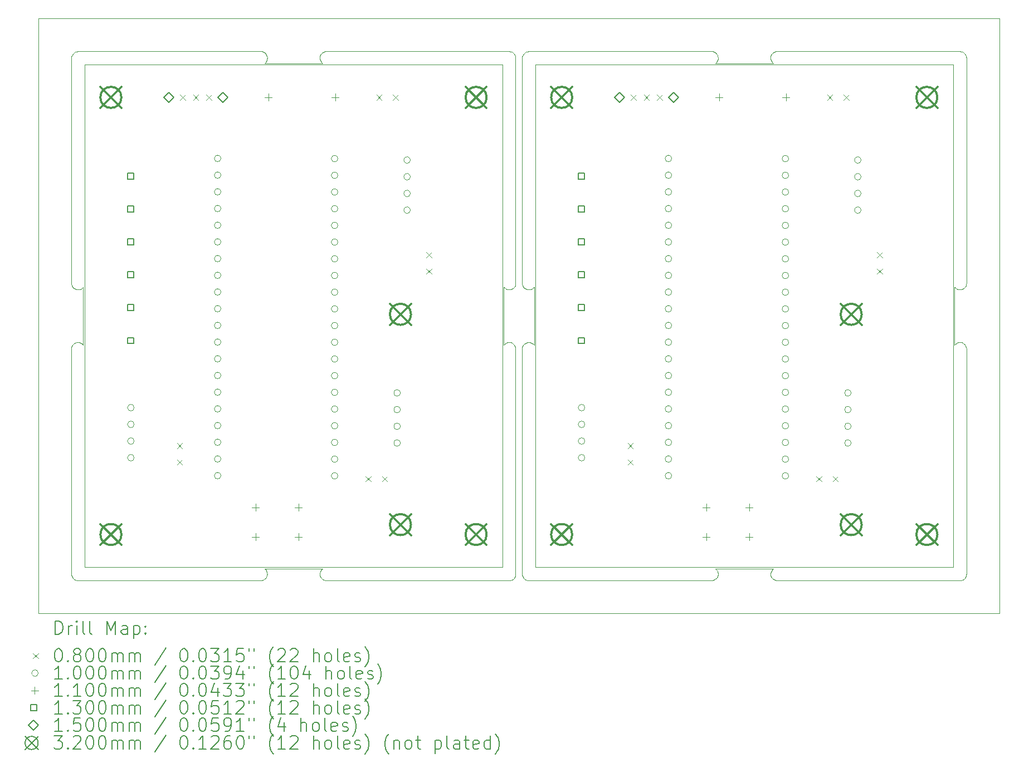
<source format=gbr>
%TF.GenerationSoftware,KiCad,Pcbnew,9.0.0*%
%TF.CreationDate,2025-03-16T21:50:16+01:00*%
%TF.ProjectId,lightThermo_panel,6c696768-7454-4686-9572-6d6f5f70616e,1.1*%
%TF.SameCoordinates,PX3f9c2e0PY1312d00*%
%TF.FileFunction,Drillmap*%
%TF.FilePolarity,Positive*%
%FSLAX45Y45*%
G04 Gerber Fmt 4.5, Leading zero omitted, Abs format (unit mm)*
G04 Created by KiCad (PCBNEW 9.0.0) date 2025-03-16 21:50:16*
%MOMM*%
%LPD*%
G01*
G04 APERTURE LIST*
%ADD10C,0.100000*%
%ADD11C,0.200000*%
%ADD12C,0.110000*%
%ADD13C,0.130000*%
%ADD14C,0.150000*%
%ADD15C,0.320000*%
G04 APERTURE END LIST*
D10*
X10258755Y-8544160D02*
X10239758Y-8548919D01*
X7209610Y-8530340D02*
X7192813Y-8540409D01*
X7248919Y-4039758D02*
X7244160Y-4058755D01*
X14059610Y-4105340D02*
X14042813Y-4115408D01*
X11125120Y-594998D02*
X11127994Y-575626D01*
X7501459Y-4939213D02*
X7517189Y-4950879D01*
X4315014Y-680000D02*
X4300879Y-667189D01*
X7135242Y-4123919D02*
X7116245Y-4119160D01*
X7192813Y-4115408D02*
X7174374Y-4122006D01*
X10323919Y-614758D02*
X10319160Y-633755D01*
X507604Y-4986670D02*
X516836Y-4969399D01*
X10288476Y-8527324D02*
X10276459Y-8535787D01*
X4300879Y-667189D02*
X4289213Y-651459D01*
X13920000Y-4084986D02*
X13920000Y-4965345D01*
X599901Y-500000D02*
X3375099Y-500000D01*
X7351919Y-5005410D02*
X7357604Y-4986670D01*
X7517189Y-4099121D02*
X7501459Y-4110787D01*
X4304260Y-8520740D02*
X4291836Y-8505601D01*
X561670Y-4932604D02*
X580410Y-4926920D01*
X11134591Y-8492813D02*
X11127994Y-8474374D01*
X7125626Y-4927994D02*
X7140108Y-4925481D01*
X7098541Y-4110787D02*
X7082811Y-4099121D01*
X500000Y-8450099D02*
X500000Y-5024901D01*
X3458164Y-8394399D02*
X3465408Y-8407187D01*
X10285005Y-8370000D02*
X10295740Y-8379260D01*
X14042813Y-509591D02*
X14059610Y-519659D01*
X651459Y-4110787D02*
X633755Y-4119160D01*
X4336670Y-8542396D02*
X4319399Y-8533164D01*
X7550000Y-700000D02*
X13900000Y-700000D01*
X3474880Y-594998D02*
X3473919Y-614758D01*
X4280840Y-8416245D02*
X4289213Y-8398541D01*
X7240408Y-4982187D02*
X7248080Y-5005410D01*
X7192813Y-8540409D02*
X7169589Y-8548080D01*
X7164758Y-4926081D02*
X7179099Y-4929302D01*
X7375879Y-4092189D02*
X7364213Y-4076459D01*
X667189Y-4099121D02*
X651459Y-4110787D01*
X14090408Y-4982187D02*
X14098080Y-5005410D01*
X11134591Y-557187D02*
X11144660Y-540390D01*
X7449901Y-8550000D02*
X7430410Y-8548080D01*
X11173541Y-8535787D02*
X11157811Y-8524121D01*
X10239758Y-8548919D02*
X10225099Y-8550000D01*
X4280840Y-633755D02*
X4276081Y-614758D01*
X522676Y-8513476D02*
X514213Y-8501459D01*
X3465408Y-8492813D02*
X3458164Y-8505601D01*
X580410Y-501919D02*
X599901Y-500000D01*
X13975626Y-4927994D02*
X13990108Y-4925481D01*
X7355840Y-566245D02*
X7361796Y-552807D01*
X10276459Y-514213D02*
X10292189Y-525879D01*
X7483755Y-4930840D02*
X7501459Y-4939213D01*
X4275000Y-8449901D02*
X4276081Y-8435242D01*
X7155002Y-4124880D02*
X7135242Y-4123919D01*
X4282604Y-8488330D02*
X4276920Y-8469590D01*
X10323919Y-8435242D02*
X10325000Y-8449901D01*
X580410Y-8548080D02*
X557187Y-8540409D01*
X3472006Y-575626D02*
X3474880Y-594998D01*
X10315409Y-8407187D02*
X10320698Y-8420901D01*
X7350000Y-5024901D02*
X7351919Y-5005410D01*
X7449901Y-500000D02*
X10225099Y-500000D01*
X14100000Y-4025099D02*
X14098919Y-4039758D01*
X501081Y-8464758D02*
X500000Y-8450099D01*
X14100000Y-5024901D02*
X14100000Y-8450099D01*
X3426459Y-514213D02*
X3442189Y-525879D01*
X11144660Y-540390D02*
X11157811Y-525879D01*
X3470698Y-8420901D02*
X3473919Y-8435242D01*
X3449121Y-8517189D02*
X3438476Y-8527324D01*
X7407187Y-4115408D02*
X7390390Y-4105340D01*
X13948541Y-4939213D02*
X13961670Y-4932604D01*
X7364213Y-8501459D02*
X7355840Y-8483755D01*
X3473919Y-8464758D02*
X3470698Y-8479099D01*
X13920000Y-4965345D02*
X13925879Y-4957811D01*
X4319399Y-8533164D02*
X4304260Y-8520740D01*
X11139213Y-651459D02*
X11130840Y-633755D01*
X13925879Y-4957811D02*
X13936524Y-4947676D01*
X3449121Y-8382811D02*
X3458164Y-8394399D01*
X3438476Y-8372676D02*
X3449121Y-8382811D01*
X505840Y-566245D02*
X511796Y-552807D01*
X7098541Y-4939213D02*
X7111670Y-4932604D01*
X7430410Y-4926920D02*
X7450099Y-4925000D01*
X3375099Y-500000D02*
X3389758Y-501081D01*
X14074121Y-4092189D02*
X14059610Y-4105340D01*
X10225099Y-8550000D02*
X7449901Y-8550000D01*
X11224901Y-8550000D02*
X11210242Y-8548919D01*
X10324880Y-594998D02*
X10323919Y-614758D01*
X3434986Y-680000D02*
X4315014Y-680000D01*
X124Y-27D02*
X74Y-9049957D01*
X4374901Y-500000D02*
X7150099Y-500000D01*
X10299121Y-667189D02*
X10284986Y-680000D01*
X4294660Y-540390D02*
X4307811Y-525879D01*
X7430410Y-501919D02*
X7449901Y-500000D01*
X14029099Y-4929302D02*
X14042813Y-4934591D01*
X11125120Y-8455002D02*
X11125481Y-8440108D01*
X501081Y-4039758D02*
X500000Y-4025099D01*
X3470698Y-8479099D02*
X3465408Y-8492813D01*
X7379260Y-4954260D02*
X7394398Y-4941836D01*
X11144660Y-8509610D02*
X11134591Y-8492813D01*
X3465408Y-557187D02*
X3472006Y-575626D01*
X10310787Y-651459D02*
X10299121Y-667189D01*
X7390390Y-519659D02*
X7407187Y-509591D01*
X13985242Y-4123919D02*
X13966245Y-4119160D01*
X14088204Y-552807D02*
X14094160Y-566245D01*
X516836Y-4969399D02*
X529260Y-4954260D01*
X11165014Y-680000D02*
X11150879Y-667189D01*
X7235787Y-4076459D02*
X7224121Y-4092189D01*
X7238204Y-552807D02*
X7244160Y-566245D01*
X3408755Y-8544160D02*
X3389758Y-8548919D01*
X514213Y-4076459D02*
X505840Y-4058755D01*
X7372676Y-8513476D02*
X7364213Y-8501459D01*
X500000Y-4025099D02*
X500000Y-599901D01*
X7169589Y-501919D02*
X7192813Y-509591D01*
X14059610Y-8530340D02*
X14042813Y-8540409D01*
X3408755Y-505840D02*
X3426459Y-514213D01*
X10284986Y-680000D02*
X11165014Y-680000D01*
X7086524Y-4947676D02*
X7098541Y-4939213D01*
X505840Y-8483755D02*
X501081Y-8464758D01*
X11127994Y-575626D02*
X11134591Y-557187D01*
X7366836Y-4969399D02*
X7379260Y-4954260D01*
X7411670Y-4932604D02*
X7430410Y-4926920D01*
X7450099Y-4925000D02*
X7464758Y-4926081D01*
X7390390Y-8530340D02*
X7372676Y-8513476D01*
X10320698Y-8420901D02*
X10323919Y-8435242D01*
X14599957Y-9049926D02*
X14599926Y-43D01*
X10319160Y-633755D02*
X10310787Y-651459D01*
X13932811Y-4099121D02*
X13920000Y-4084986D01*
X580410Y-4926920D02*
X599901Y-4925000D01*
X7082811Y-4099121D02*
X7070000Y-4084986D01*
X14599926Y-43D02*
X124Y-27D01*
X4307811Y-525879D02*
X4323541Y-514213D01*
X3465408Y-8407187D02*
X3470698Y-8420901D01*
X536524Y-522676D02*
X557187Y-509591D01*
X7355840Y-4058755D02*
X7351081Y-4039758D01*
X511796Y-552807D02*
X522676Y-536524D01*
X13900000Y-8350000D02*
X7550000Y-8350000D01*
X10308164Y-8505601D02*
X10299121Y-8517189D01*
X7244160Y-566245D02*
X7248919Y-585242D01*
X10258755Y-505840D02*
X10276459Y-514213D01*
X7250000Y-4025099D02*
X7248919Y-4039758D01*
X614758Y-4926081D02*
X633755Y-4930840D01*
X14005002Y-4124880D02*
X13985242Y-4123919D01*
X14042813Y-8540409D02*
X14019589Y-8548080D01*
X614758Y-4123919D02*
X594998Y-4124880D01*
X4341245Y-505840D02*
X4360242Y-501081D01*
X7351081Y-8464758D02*
X7350000Y-8450099D01*
X633755Y-4119160D02*
X614758Y-4123919D01*
X529260Y-4954260D02*
X544399Y-4941836D01*
X4300879Y-8382811D02*
X4315014Y-8370000D01*
X7430410Y-8548080D02*
X7407187Y-8540409D01*
X7350000Y-8450099D02*
X7350000Y-5024901D01*
X3438476Y-8527324D02*
X3422192Y-8538204D01*
X3389758Y-501081D02*
X3408755Y-505840D01*
X11150879Y-667189D02*
X11139213Y-651459D01*
X7248919Y-8464758D02*
X7244160Y-8483755D01*
X633755Y-4930840D02*
X651459Y-4939213D01*
X557187Y-509591D02*
X580410Y-501919D01*
X14088204Y-8497193D02*
X14077324Y-8513476D01*
X667189Y-4950879D02*
X680000Y-4965014D01*
X11165529Y-8370000D02*
X10285005Y-8370000D01*
X14014758Y-4926081D02*
X14029099Y-4929302D01*
X557187Y-4115408D02*
X540390Y-4105340D01*
X7244160Y-4058755D02*
X7235787Y-4076459D01*
X4289213Y-651459D02*
X4280840Y-633755D01*
X4315014Y-8370000D02*
X3434676Y-8370000D01*
X14042813Y-4115408D02*
X14024374Y-4122006D01*
X4275120Y-594998D02*
X4277994Y-575626D01*
X4276081Y-8435242D02*
X4280840Y-8416245D01*
X7407187Y-509591D02*
X7430410Y-501919D01*
X7517189Y-4950879D02*
X7530000Y-4965014D01*
X3475000Y-8449901D02*
X3473919Y-8464758D01*
X7179099Y-4929302D02*
X7192813Y-4934591D01*
X11126081Y-614758D02*
X11125120Y-594998D01*
X11161524Y-8372676D02*
X11165529Y-8370000D01*
X14100000Y-8450099D02*
X14098919Y-8464758D01*
X4360242Y-501081D02*
X4374901Y-500000D01*
X500000Y-5024901D02*
X501919Y-5005410D01*
X3422192Y-8538204D02*
X3408755Y-8544160D01*
X11210242Y-8548919D02*
X11191245Y-8544160D01*
X7530000Y-4084986D02*
X7517189Y-4099121D01*
X10292189Y-525879D02*
X10305340Y-540390D01*
X14019589Y-501919D02*
X14042813Y-509591D01*
X13936524Y-4947676D02*
X13948541Y-4939213D01*
X7050000Y-8350000D02*
X700000Y-8350000D01*
X700000Y-700000D02*
X7050000Y-700000D01*
X14042813Y-4934591D02*
X14063476Y-4947676D01*
X4291836Y-8505601D02*
X4282604Y-8488330D01*
X7227324Y-536524D02*
X7238204Y-552807D01*
X11191245Y-505840D02*
X11210242Y-501081D01*
X11130840Y-633755D02*
X11126081Y-614758D01*
X7209610Y-4105340D02*
X7192813Y-4115408D01*
X14094160Y-566245D02*
X14098919Y-585242D01*
X3455340Y-540390D02*
X3465408Y-557187D01*
X14077324Y-8513476D02*
X14059610Y-8530340D01*
X4276081Y-614758D02*
X4275120Y-594998D01*
X594998Y-4124880D02*
X575626Y-4122006D01*
X3442189Y-525879D02*
X3455340Y-540390D01*
X14094160Y-8483755D02*
X14088204Y-8497193D01*
X14024374Y-4122006D02*
X14005002Y-4124880D01*
X14100000Y-599901D02*
X14100000Y-4025099D01*
X680000Y-4084986D02*
X667189Y-4099121D01*
X7483755Y-4119160D02*
X7464758Y-4123919D01*
X10322006Y-575626D02*
X10324880Y-594998D01*
X11191245Y-8544160D02*
X11173541Y-8535787D01*
X7501459Y-4110787D02*
X7483755Y-4119160D01*
X10315409Y-8492813D02*
X10308164Y-8505601D01*
X14094160Y-4058755D02*
X14085787Y-4076459D01*
X11129302Y-8420901D02*
X11136796Y-8402807D01*
X575626Y-4122006D02*
X557187Y-4115408D01*
X3460787Y-651459D02*
X3449121Y-667189D01*
X10225099Y-500000D02*
X10239758Y-501081D01*
X7224121Y-4092189D02*
X7209610Y-4105340D01*
X7530000Y-4965014D02*
X7530000Y-4084986D01*
X3434676Y-8370000D02*
X3438476Y-8372676D01*
X11136796Y-8402807D02*
X11147676Y-8386524D01*
X7150099Y-8550000D02*
X4374901Y-8550000D01*
X7174374Y-4122006D02*
X7155002Y-4124880D01*
X7250000Y-5024901D02*
X7250000Y-8450099D01*
X14098919Y-4039758D02*
X14094160Y-4058755D01*
X11224901Y-500000D02*
X14000099Y-500000D01*
X3389758Y-8548919D02*
X3375099Y-8550000D01*
X599901Y-4925000D02*
X614758Y-4926081D01*
X501081Y-585242D02*
X505840Y-566245D01*
X3458164Y-8505601D02*
X3449121Y-8517189D01*
X4284591Y-557187D02*
X4294660Y-540390D01*
X14059610Y-519659D02*
X14077324Y-536524D01*
X14085787Y-4076459D02*
X14074121Y-4092189D01*
X3473919Y-614758D02*
X3469160Y-633755D01*
X7394398Y-4941836D02*
X7411670Y-4932604D01*
X7357604Y-4986670D02*
X7366836Y-4969399D01*
X10325000Y-8449901D02*
X10323919Y-8464758D01*
X13948541Y-4110787D02*
X13932811Y-4099121D01*
X500000Y-599901D02*
X501081Y-585242D01*
X13990108Y-4925481D02*
X14014758Y-4926081D01*
X599901Y-8550000D02*
X580410Y-8548080D01*
X514213Y-8501459D02*
X505840Y-8483755D01*
X3449121Y-667189D02*
X3434986Y-680000D01*
X4355410Y-8548080D02*
X4336670Y-8542396D01*
X3375099Y-8550000D02*
X599901Y-8550000D01*
X680000Y-4965014D02*
X680000Y-4084986D01*
X13966245Y-4119160D02*
X13948541Y-4110787D01*
X7361796Y-552807D02*
X7372676Y-536524D01*
X11147676Y-8386524D02*
X11161524Y-8372676D01*
X7192813Y-4934591D02*
X7213476Y-4947676D01*
X7140108Y-4925481D02*
X7164758Y-4926081D01*
X7111670Y-4932604D02*
X7125626Y-4927994D01*
X10315409Y-557187D02*
X10322006Y-575626D01*
X10305340Y-8390390D02*
X10315409Y-8407187D01*
X7390390Y-4105340D02*
X7375879Y-4092189D01*
X4277994Y-575626D02*
X4284591Y-557187D01*
X11210242Y-501081D02*
X11224901Y-500000D01*
X10320698Y-8479099D02*
X10315409Y-8492813D01*
X14000099Y-8550000D02*
X11224901Y-8550000D01*
X11125481Y-8440108D02*
X11129302Y-8420901D01*
X7235787Y-8501459D02*
X7227324Y-8513476D01*
X525879Y-4092189D02*
X514213Y-4076459D01*
X10299121Y-8517189D02*
X10288476Y-8527324D01*
X74Y-9049957D02*
X14599957Y-9049926D01*
X4374901Y-8550000D02*
X4355410Y-8548080D01*
X7355840Y-8483755D02*
X7351081Y-8464758D01*
X7070000Y-4965032D02*
X7086524Y-4947676D01*
X7425626Y-4122006D02*
X7407187Y-4115408D01*
X7070000Y-4084986D02*
X7070000Y-4965032D01*
X11157811Y-8524121D02*
X11144660Y-8509610D01*
X3469160Y-633755D02*
X3460787Y-651459D01*
X14077324Y-4961524D02*
X14090408Y-4982187D01*
X4323541Y-514213D02*
X4341245Y-505840D01*
X522676Y-536524D02*
X536524Y-522676D01*
X14098080Y-5005410D02*
X14100000Y-5024901D01*
X7407187Y-8540409D02*
X7390390Y-8530340D01*
X7213476Y-4947676D02*
X7230340Y-4965390D01*
X7169589Y-8548080D02*
X7150099Y-8550000D01*
X700000Y-8350000D02*
X700000Y-700000D01*
X540390Y-8530340D02*
X522676Y-8513476D01*
X7372676Y-536524D02*
X7390390Y-519659D01*
X14019589Y-8548080D02*
X14000099Y-8550000D01*
X7227324Y-8513476D02*
X7209610Y-8530340D01*
X544399Y-4941836D02*
X561670Y-4932604D01*
X11157811Y-525879D02*
X11173541Y-514213D01*
X11127994Y-8474374D02*
X11125120Y-8455002D01*
X7250000Y-599901D02*
X7250000Y-4025099D01*
X10239758Y-501081D02*
X10258755Y-505840D01*
X505840Y-4058755D02*
X501081Y-4039758D01*
X11173541Y-514213D02*
X11191245Y-505840D01*
X7209610Y-519659D02*
X7227324Y-536524D01*
X651459Y-4939213D02*
X667189Y-4950879D01*
X4276920Y-8469590D02*
X4275000Y-8449901D01*
X7444998Y-4124880D02*
X7425626Y-4122006D01*
X14063476Y-4947676D02*
X14077324Y-4961524D01*
X10305340Y-540390D02*
X10315409Y-557187D01*
X7351081Y-4039758D02*
X7350000Y-4025099D01*
X7192813Y-509591D02*
X7209610Y-519659D01*
X13900000Y-700000D02*
X13900000Y-8350000D01*
X14098919Y-585242D02*
X14100000Y-599901D01*
X7464758Y-4926081D02*
X7483755Y-4930840D01*
X7116245Y-4119160D02*
X7098541Y-4110787D01*
X7464758Y-4123919D02*
X7444998Y-4124880D01*
X14098919Y-8464758D02*
X14094160Y-8483755D01*
X14077324Y-536524D02*
X14088204Y-552807D01*
X7050000Y-700000D02*
X7050000Y-8350000D01*
X3473919Y-8435242D02*
X3475000Y-8449901D01*
X7364213Y-4076459D02*
X7355840Y-4058755D01*
X4289213Y-8398541D02*
X4300879Y-8382811D01*
X10295740Y-8379260D02*
X10305340Y-8390390D01*
X13961670Y-4932604D02*
X13975626Y-4927994D01*
X7244160Y-8483755D02*
X7235787Y-8501459D01*
X557187Y-8540409D02*
X540390Y-8530340D01*
X7248080Y-5005410D02*
X7250000Y-5024901D01*
X7248919Y-585242D02*
X7250000Y-599901D01*
X501919Y-5005410D02*
X507604Y-4986670D01*
X540390Y-4105340D02*
X525879Y-4092189D01*
X7350000Y-4025099D02*
X7350000Y-599901D01*
X7350000Y-599901D02*
X7351081Y-585242D01*
X14000099Y-500000D02*
X14019589Y-501919D01*
X10323919Y-8464758D02*
X10320698Y-8479099D01*
X7230340Y-4965390D02*
X7240408Y-4982187D01*
X7150099Y-500000D02*
X7169589Y-501919D01*
X7351081Y-585242D02*
X7355840Y-566245D01*
X10276459Y-8535787D02*
X10258755Y-8544160D01*
X7250000Y-8450099D02*
X7248919Y-8464758D01*
X7550000Y-8350000D02*
X7550000Y-700000D01*
D11*
D10*
X2105000Y-6460000D02*
X2185000Y-6540000D01*
X2185000Y-6460000D02*
X2105000Y-6540000D01*
X2105000Y-6710000D02*
X2185000Y-6790000D01*
X2185000Y-6710000D02*
X2105000Y-6790000D01*
X2150000Y-1160000D02*
X2230000Y-1240000D01*
X2230000Y-1160000D02*
X2150000Y-1240000D01*
X2350000Y-1160000D02*
X2430000Y-1240000D01*
X2430000Y-1160000D02*
X2350000Y-1240000D01*
X2550000Y-1160000D02*
X2630000Y-1240000D01*
X2630000Y-1160000D02*
X2550000Y-1240000D01*
X4970000Y-6965000D02*
X5050000Y-7045000D01*
X5050000Y-6965000D02*
X4970000Y-7045000D01*
X5135000Y-1160000D02*
X5215000Y-1240000D01*
X5215000Y-1160000D02*
X5135000Y-1240000D01*
X5220000Y-6965000D02*
X5300000Y-7045000D01*
X5300000Y-6965000D02*
X5220000Y-7045000D01*
X5385000Y-1160000D02*
X5465000Y-1240000D01*
X5465000Y-1160000D02*
X5385000Y-1240000D01*
X5895000Y-3555000D02*
X5975000Y-3635000D01*
X5975000Y-3555000D02*
X5895000Y-3635000D01*
X5895000Y-3805000D02*
X5975000Y-3885000D01*
X5975000Y-3805000D02*
X5895000Y-3885000D01*
X8955000Y-6460000D02*
X9035000Y-6540000D01*
X9035000Y-6460000D02*
X8955000Y-6540000D01*
X8955000Y-6710000D02*
X9035000Y-6790000D01*
X9035000Y-6710000D02*
X8955000Y-6790000D01*
X9000000Y-1160000D02*
X9080000Y-1240000D01*
X9080000Y-1160000D02*
X9000000Y-1240000D01*
X9200000Y-1160000D02*
X9280000Y-1240000D01*
X9280000Y-1160000D02*
X9200000Y-1240000D01*
X9400000Y-1160000D02*
X9480000Y-1240000D01*
X9480000Y-1160000D02*
X9400000Y-1240000D01*
X11820000Y-6965000D02*
X11900000Y-7045000D01*
X11900000Y-6965000D02*
X11820000Y-7045000D01*
X11985000Y-1160000D02*
X12065000Y-1240000D01*
X12065000Y-1160000D02*
X11985000Y-1240000D01*
X12070000Y-6965000D02*
X12150000Y-7045000D01*
X12150000Y-6965000D02*
X12070000Y-7045000D01*
X12235000Y-1160000D02*
X12315000Y-1240000D01*
X12315000Y-1160000D02*
X12235000Y-1240000D01*
X12745000Y-3555000D02*
X12825000Y-3635000D01*
X12825000Y-3555000D02*
X12745000Y-3635000D01*
X12745000Y-3805000D02*
X12825000Y-3885000D01*
X12825000Y-3805000D02*
X12745000Y-3885000D01*
X1452500Y-5920000D02*
G75*
G02*
X1352500Y-5920000I-50000J0D01*
G01*
X1352500Y-5920000D02*
G75*
G02*
X1452500Y-5920000I50000J0D01*
G01*
X1452500Y-6174000D02*
G75*
G02*
X1352500Y-6174000I-50000J0D01*
G01*
X1352500Y-6174000D02*
G75*
G02*
X1452500Y-6174000I50000J0D01*
G01*
X1452500Y-6428000D02*
G75*
G02*
X1352500Y-6428000I-50000J0D01*
G01*
X1352500Y-6428000D02*
G75*
G02*
X1452500Y-6428000I50000J0D01*
G01*
X1452500Y-6682000D02*
G75*
G02*
X1352500Y-6682000I-50000J0D01*
G01*
X1352500Y-6682000D02*
G75*
G02*
X1452500Y-6682000I50000J0D01*
G01*
X2772000Y-2129500D02*
G75*
G02*
X2672000Y-2129500I-50000J0D01*
G01*
X2672000Y-2129500D02*
G75*
G02*
X2772000Y-2129500I50000J0D01*
G01*
X2772000Y-2383500D02*
G75*
G02*
X2672000Y-2383500I-50000J0D01*
G01*
X2672000Y-2383500D02*
G75*
G02*
X2772000Y-2383500I50000J0D01*
G01*
X2772000Y-2637500D02*
G75*
G02*
X2672000Y-2637500I-50000J0D01*
G01*
X2672000Y-2637500D02*
G75*
G02*
X2772000Y-2637500I50000J0D01*
G01*
X2772000Y-2891500D02*
G75*
G02*
X2672000Y-2891500I-50000J0D01*
G01*
X2672000Y-2891500D02*
G75*
G02*
X2772000Y-2891500I50000J0D01*
G01*
X2772000Y-3145500D02*
G75*
G02*
X2672000Y-3145500I-50000J0D01*
G01*
X2672000Y-3145500D02*
G75*
G02*
X2772000Y-3145500I50000J0D01*
G01*
X2772000Y-3399500D02*
G75*
G02*
X2672000Y-3399500I-50000J0D01*
G01*
X2672000Y-3399500D02*
G75*
G02*
X2772000Y-3399500I50000J0D01*
G01*
X2772000Y-3653500D02*
G75*
G02*
X2672000Y-3653500I-50000J0D01*
G01*
X2672000Y-3653500D02*
G75*
G02*
X2772000Y-3653500I50000J0D01*
G01*
X2772000Y-3907500D02*
G75*
G02*
X2672000Y-3907500I-50000J0D01*
G01*
X2672000Y-3907500D02*
G75*
G02*
X2772000Y-3907500I50000J0D01*
G01*
X2772000Y-4161500D02*
G75*
G02*
X2672000Y-4161500I-50000J0D01*
G01*
X2672000Y-4161500D02*
G75*
G02*
X2772000Y-4161500I50000J0D01*
G01*
X2772000Y-4415500D02*
G75*
G02*
X2672000Y-4415500I-50000J0D01*
G01*
X2672000Y-4415500D02*
G75*
G02*
X2772000Y-4415500I50000J0D01*
G01*
X2772000Y-4669500D02*
G75*
G02*
X2672000Y-4669500I-50000J0D01*
G01*
X2672000Y-4669500D02*
G75*
G02*
X2772000Y-4669500I50000J0D01*
G01*
X2772000Y-4923500D02*
G75*
G02*
X2672000Y-4923500I-50000J0D01*
G01*
X2672000Y-4923500D02*
G75*
G02*
X2772000Y-4923500I50000J0D01*
G01*
X2772000Y-5177500D02*
G75*
G02*
X2672000Y-5177500I-50000J0D01*
G01*
X2672000Y-5177500D02*
G75*
G02*
X2772000Y-5177500I50000J0D01*
G01*
X2772000Y-5431500D02*
G75*
G02*
X2672000Y-5431500I-50000J0D01*
G01*
X2672000Y-5431500D02*
G75*
G02*
X2772000Y-5431500I50000J0D01*
G01*
X2772000Y-5685500D02*
G75*
G02*
X2672000Y-5685500I-50000J0D01*
G01*
X2672000Y-5685500D02*
G75*
G02*
X2772000Y-5685500I50000J0D01*
G01*
X2772000Y-5939500D02*
G75*
G02*
X2672000Y-5939500I-50000J0D01*
G01*
X2672000Y-5939500D02*
G75*
G02*
X2772000Y-5939500I50000J0D01*
G01*
X2772000Y-6193500D02*
G75*
G02*
X2672000Y-6193500I-50000J0D01*
G01*
X2672000Y-6193500D02*
G75*
G02*
X2772000Y-6193500I50000J0D01*
G01*
X2772000Y-6447500D02*
G75*
G02*
X2672000Y-6447500I-50000J0D01*
G01*
X2672000Y-6447500D02*
G75*
G02*
X2772000Y-6447500I50000J0D01*
G01*
X2772000Y-6701500D02*
G75*
G02*
X2672000Y-6701500I-50000J0D01*
G01*
X2672000Y-6701500D02*
G75*
G02*
X2772000Y-6701500I50000J0D01*
G01*
X2772000Y-6955500D02*
G75*
G02*
X2672000Y-6955500I-50000J0D01*
G01*
X2672000Y-6955500D02*
G75*
G02*
X2772000Y-6955500I50000J0D01*
G01*
X4550000Y-2132000D02*
G75*
G02*
X4450000Y-2132000I-50000J0D01*
G01*
X4450000Y-2132000D02*
G75*
G02*
X4550000Y-2132000I50000J0D01*
G01*
X4550000Y-2386000D02*
G75*
G02*
X4450000Y-2386000I-50000J0D01*
G01*
X4450000Y-2386000D02*
G75*
G02*
X4550000Y-2386000I50000J0D01*
G01*
X4550000Y-2640000D02*
G75*
G02*
X4450000Y-2640000I-50000J0D01*
G01*
X4450000Y-2640000D02*
G75*
G02*
X4550000Y-2640000I50000J0D01*
G01*
X4550000Y-2894000D02*
G75*
G02*
X4450000Y-2894000I-50000J0D01*
G01*
X4450000Y-2894000D02*
G75*
G02*
X4550000Y-2894000I50000J0D01*
G01*
X4550000Y-3148000D02*
G75*
G02*
X4450000Y-3148000I-50000J0D01*
G01*
X4450000Y-3148000D02*
G75*
G02*
X4550000Y-3148000I50000J0D01*
G01*
X4550000Y-3402000D02*
G75*
G02*
X4450000Y-3402000I-50000J0D01*
G01*
X4450000Y-3402000D02*
G75*
G02*
X4550000Y-3402000I50000J0D01*
G01*
X4550000Y-3656000D02*
G75*
G02*
X4450000Y-3656000I-50000J0D01*
G01*
X4450000Y-3656000D02*
G75*
G02*
X4550000Y-3656000I50000J0D01*
G01*
X4550000Y-3910000D02*
G75*
G02*
X4450000Y-3910000I-50000J0D01*
G01*
X4450000Y-3910000D02*
G75*
G02*
X4550000Y-3910000I50000J0D01*
G01*
X4550000Y-4164000D02*
G75*
G02*
X4450000Y-4164000I-50000J0D01*
G01*
X4450000Y-4164000D02*
G75*
G02*
X4550000Y-4164000I50000J0D01*
G01*
X4550000Y-4418000D02*
G75*
G02*
X4450000Y-4418000I-50000J0D01*
G01*
X4450000Y-4418000D02*
G75*
G02*
X4550000Y-4418000I50000J0D01*
G01*
X4550000Y-4672000D02*
G75*
G02*
X4450000Y-4672000I-50000J0D01*
G01*
X4450000Y-4672000D02*
G75*
G02*
X4550000Y-4672000I50000J0D01*
G01*
X4550000Y-4926000D02*
G75*
G02*
X4450000Y-4926000I-50000J0D01*
G01*
X4450000Y-4926000D02*
G75*
G02*
X4550000Y-4926000I50000J0D01*
G01*
X4550000Y-5180000D02*
G75*
G02*
X4450000Y-5180000I-50000J0D01*
G01*
X4450000Y-5180000D02*
G75*
G02*
X4550000Y-5180000I50000J0D01*
G01*
X4550000Y-5434000D02*
G75*
G02*
X4450000Y-5434000I-50000J0D01*
G01*
X4450000Y-5434000D02*
G75*
G02*
X4550000Y-5434000I50000J0D01*
G01*
X4550000Y-5688000D02*
G75*
G02*
X4450000Y-5688000I-50000J0D01*
G01*
X4450000Y-5688000D02*
G75*
G02*
X4550000Y-5688000I50000J0D01*
G01*
X4550000Y-5942000D02*
G75*
G02*
X4450000Y-5942000I-50000J0D01*
G01*
X4450000Y-5942000D02*
G75*
G02*
X4550000Y-5942000I50000J0D01*
G01*
X4550000Y-6196000D02*
G75*
G02*
X4450000Y-6196000I-50000J0D01*
G01*
X4450000Y-6196000D02*
G75*
G02*
X4550000Y-6196000I50000J0D01*
G01*
X4550000Y-6450000D02*
G75*
G02*
X4450000Y-6450000I-50000J0D01*
G01*
X4450000Y-6450000D02*
G75*
G02*
X4550000Y-6450000I50000J0D01*
G01*
X4550000Y-6704000D02*
G75*
G02*
X4450000Y-6704000I-50000J0D01*
G01*
X4450000Y-6704000D02*
G75*
G02*
X4550000Y-6704000I50000J0D01*
G01*
X4550000Y-6958000D02*
G75*
G02*
X4450000Y-6958000I-50000J0D01*
G01*
X4450000Y-6958000D02*
G75*
G02*
X4550000Y-6958000I50000J0D01*
G01*
X5500000Y-5696000D02*
G75*
G02*
X5400000Y-5696000I-50000J0D01*
G01*
X5400000Y-5696000D02*
G75*
G02*
X5500000Y-5696000I50000J0D01*
G01*
X5500000Y-5950000D02*
G75*
G02*
X5400000Y-5950000I-50000J0D01*
G01*
X5400000Y-5950000D02*
G75*
G02*
X5500000Y-5950000I50000J0D01*
G01*
X5500000Y-6204000D02*
G75*
G02*
X5400000Y-6204000I-50000J0D01*
G01*
X5400000Y-6204000D02*
G75*
G02*
X5500000Y-6204000I50000J0D01*
G01*
X5500000Y-6458000D02*
G75*
G02*
X5400000Y-6458000I-50000J0D01*
G01*
X5400000Y-6458000D02*
G75*
G02*
X5500000Y-6458000I50000J0D01*
G01*
X5650000Y-2153000D02*
G75*
G02*
X5550000Y-2153000I-50000J0D01*
G01*
X5550000Y-2153000D02*
G75*
G02*
X5650000Y-2153000I50000J0D01*
G01*
X5650000Y-2407000D02*
G75*
G02*
X5550000Y-2407000I-50000J0D01*
G01*
X5550000Y-2407000D02*
G75*
G02*
X5650000Y-2407000I50000J0D01*
G01*
X5650000Y-2661000D02*
G75*
G02*
X5550000Y-2661000I-50000J0D01*
G01*
X5550000Y-2661000D02*
G75*
G02*
X5650000Y-2661000I50000J0D01*
G01*
X5650000Y-2915000D02*
G75*
G02*
X5550000Y-2915000I-50000J0D01*
G01*
X5550000Y-2915000D02*
G75*
G02*
X5650000Y-2915000I50000J0D01*
G01*
X8302500Y-5920000D02*
G75*
G02*
X8202500Y-5920000I-50000J0D01*
G01*
X8202500Y-5920000D02*
G75*
G02*
X8302500Y-5920000I50000J0D01*
G01*
X8302500Y-6174000D02*
G75*
G02*
X8202500Y-6174000I-50000J0D01*
G01*
X8202500Y-6174000D02*
G75*
G02*
X8302500Y-6174000I50000J0D01*
G01*
X8302500Y-6428000D02*
G75*
G02*
X8202500Y-6428000I-50000J0D01*
G01*
X8202500Y-6428000D02*
G75*
G02*
X8302500Y-6428000I50000J0D01*
G01*
X8302500Y-6682000D02*
G75*
G02*
X8202500Y-6682000I-50000J0D01*
G01*
X8202500Y-6682000D02*
G75*
G02*
X8302500Y-6682000I50000J0D01*
G01*
X9622000Y-2129500D02*
G75*
G02*
X9522000Y-2129500I-50000J0D01*
G01*
X9522000Y-2129500D02*
G75*
G02*
X9622000Y-2129500I50000J0D01*
G01*
X9622000Y-2383500D02*
G75*
G02*
X9522000Y-2383500I-50000J0D01*
G01*
X9522000Y-2383500D02*
G75*
G02*
X9622000Y-2383500I50000J0D01*
G01*
X9622000Y-2637500D02*
G75*
G02*
X9522000Y-2637500I-50000J0D01*
G01*
X9522000Y-2637500D02*
G75*
G02*
X9622000Y-2637500I50000J0D01*
G01*
X9622000Y-2891500D02*
G75*
G02*
X9522000Y-2891500I-50000J0D01*
G01*
X9522000Y-2891500D02*
G75*
G02*
X9622000Y-2891500I50000J0D01*
G01*
X9622000Y-3145500D02*
G75*
G02*
X9522000Y-3145500I-50000J0D01*
G01*
X9522000Y-3145500D02*
G75*
G02*
X9622000Y-3145500I50000J0D01*
G01*
X9622000Y-3399500D02*
G75*
G02*
X9522000Y-3399500I-50000J0D01*
G01*
X9522000Y-3399500D02*
G75*
G02*
X9622000Y-3399500I50000J0D01*
G01*
X9622000Y-3653500D02*
G75*
G02*
X9522000Y-3653500I-50000J0D01*
G01*
X9522000Y-3653500D02*
G75*
G02*
X9622000Y-3653500I50000J0D01*
G01*
X9622000Y-3907500D02*
G75*
G02*
X9522000Y-3907500I-50000J0D01*
G01*
X9522000Y-3907500D02*
G75*
G02*
X9622000Y-3907500I50000J0D01*
G01*
X9622000Y-4161500D02*
G75*
G02*
X9522000Y-4161500I-50000J0D01*
G01*
X9522000Y-4161500D02*
G75*
G02*
X9622000Y-4161500I50000J0D01*
G01*
X9622000Y-4415500D02*
G75*
G02*
X9522000Y-4415500I-50000J0D01*
G01*
X9522000Y-4415500D02*
G75*
G02*
X9622000Y-4415500I50000J0D01*
G01*
X9622000Y-4669500D02*
G75*
G02*
X9522000Y-4669500I-50000J0D01*
G01*
X9522000Y-4669500D02*
G75*
G02*
X9622000Y-4669500I50000J0D01*
G01*
X9622000Y-4923500D02*
G75*
G02*
X9522000Y-4923500I-50000J0D01*
G01*
X9522000Y-4923500D02*
G75*
G02*
X9622000Y-4923500I50000J0D01*
G01*
X9622000Y-5177500D02*
G75*
G02*
X9522000Y-5177500I-50000J0D01*
G01*
X9522000Y-5177500D02*
G75*
G02*
X9622000Y-5177500I50000J0D01*
G01*
X9622000Y-5431500D02*
G75*
G02*
X9522000Y-5431500I-50000J0D01*
G01*
X9522000Y-5431500D02*
G75*
G02*
X9622000Y-5431500I50000J0D01*
G01*
X9622000Y-5685500D02*
G75*
G02*
X9522000Y-5685500I-50000J0D01*
G01*
X9522000Y-5685500D02*
G75*
G02*
X9622000Y-5685500I50000J0D01*
G01*
X9622000Y-5939500D02*
G75*
G02*
X9522000Y-5939500I-50000J0D01*
G01*
X9522000Y-5939500D02*
G75*
G02*
X9622000Y-5939500I50000J0D01*
G01*
X9622000Y-6193500D02*
G75*
G02*
X9522000Y-6193500I-50000J0D01*
G01*
X9522000Y-6193500D02*
G75*
G02*
X9622000Y-6193500I50000J0D01*
G01*
X9622000Y-6447500D02*
G75*
G02*
X9522000Y-6447500I-50000J0D01*
G01*
X9522000Y-6447500D02*
G75*
G02*
X9622000Y-6447500I50000J0D01*
G01*
X9622000Y-6701500D02*
G75*
G02*
X9522000Y-6701500I-50000J0D01*
G01*
X9522000Y-6701500D02*
G75*
G02*
X9622000Y-6701500I50000J0D01*
G01*
X9622000Y-6955500D02*
G75*
G02*
X9522000Y-6955500I-50000J0D01*
G01*
X9522000Y-6955500D02*
G75*
G02*
X9622000Y-6955500I50000J0D01*
G01*
X11400000Y-2132000D02*
G75*
G02*
X11300000Y-2132000I-50000J0D01*
G01*
X11300000Y-2132000D02*
G75*
G02*
X11400000Y-2132000I50000J0D01*
G01*
X11400000Y-2386000D02*
G75*
G02*
X11300000Y-2386000I-50000J0D01*
G01*
X11300000Y-2386000D02*
G75*
G02*
X11400000Y-2386000I50000J0D01*
G01*
X11400000Y-2640000D02*
G75*
G02*
X11300000Y-2640000I-50000J0D01*
G01*
X11300000Y-2640000D02*
G75*
G02*
X11400000Y-2640000I50000J0D01*
G01*
X11400000Y-2894000D02*
G75*
G02*
X11300000Y-2894000I-50000J0D01*
G01*
X11300000Y-2894000D02*
G75*
G02*
X11400000Y-2894000I50000J0D01*
G01*
X11400000Y-3148000D02*
G75*
G02*
X11300000Y-3148000I-50000J0D01*
G01*
X11300000Y-3148000D02*
G75*
G02*
X11400000Y-3148000I50000J0D01*
G01*
X11400000Y-3402000D02*
G75*
G02*
X11300000Y-3402000I-50000J0D01*
G01*
X11300000Y-3402000D02*
G75*
G02*
X11400000Y-3402000I50000J0D01*
G01*
X11400000Y-3656000D02*
G75*
G02*
X11300000Y-3656000I-50000J0D01*
G01*
X11300000Y-3656000D02*
G75*
G02*
X11400000Y-3656000I50000J0D01*
G01*
X11400000Y-3910000D02*
G75*
G02*
X11300000Y-3910000I-50000J0D01*
G01*
X11300000Y-3910000D02*
G75*
G02*
X11400000Y-3910000I50000J0D01*
G01*
X11400000Y-4164000D02*
G75*
G02*
X11300000Y-4164000I-50000J0D01*
G01*
X11300000Y-4164000D02*
G75*
G02*
X11400000Y-4164000I50000J0D01*
G01*
X11400000Y-4418000D02*
G75*
G02*
X11300000Y-4418000I-50000J0D01*
G01*
X11300000Y-4418000D02*
G75*
G02*
X11400000Y-4418000I50000J0D01*
G01*
X11400000Y-4672000D02*
G75*
G02*
X11300000Y-4672000I-50000J0D01*
G01*
X11300000Y-4672000D02*
G75*
G02*
X11400000Y-4672000I50000J0D01*
G01*
X11400000Y-4926000D02*
G75*
G02*
X11300000Y-4926000I-50000J0D01*
G01*
X11300000Y-4926000D02*
G75*
G02*
X11400000Y-4926000I50000J0D01*
G01*
X11400000Y-5180000D02*
G75*
G02*
X11300000Y-5180000I-50000J0D01*
G01*
X11300000Y-5180000D02*
G75*
G02*
X11400000Y-5180000I50000J0D01*
G01*
X11400000Y-5434000D02*
G75*
G02*
X11300000Y-5434000I-50000J0D01*
G01*
X11300000Y-5434000D02*
G75*
G02*
X11400000Y-5434000I50000J0D01*
G01*
X11400000Y-5688000D02*
G75*
G02*
X11300000Y-5688000I-50000J0D01*
G01*
X11300000Y-5688000D02*
G75*
G02*
X11400000Y-5688000I50000J0D01*
G01*
X11400000Y-5942000D02*
G75*
G02*
X11300000Y-5942000I-50000J0D01*
G01*
X11300000Y-5942000D02*
G75*
G02*
X11400000Y-5942000I50000J0D01*
G01*
X11400000Y-6196000D02*
G75*
G02*
X11300000Y-6196000I-50000J0D01*
G01*
X11300000Y-6196000D02*
G75*
G02*
X11400000Y-6196000I50000J0D01*
G01*
X11400000Y-6450000D02*
G75*
G02*
X11300000Y-6450000I-50000J0D01*
G01*
X11300000Y-6450000D02*
G75*
G02*
X11400000Y-6450000I50000J0D01*
G01*
X11400000Y-6704000D02*
G75*
G02*
X11300000Y-6704000I-50000J0D01*
G01*
X11300000Y-6704000D02*
G75*
G02*
X11400000Y-6704000I50000J0D01*
G01*
X11400000Y-6958000D02*
G75*
G02*
X11300000Y-6958000I-50000J0D01*
G01*
X11300000Y-6958000D02*
G75*
G02*
X11400000Y-6958000I50000J0D01*
G01*
X12350000Y-5696000D02*
G75*
G02*
X12250000Y-5696000I-50000J0D01*
G01*
X12250000Y-5696000D02*
G75*
G02*
X12350000Y-5696000I50000J0D01*
G01*
X12350000Y-5950000D02*
G75*
G02*
X12250000Y-5950000I-50000J0D01*
G01*
X12250000Y-5950000D02*
G75*
G02*
X12350000Y-5950000I50000J0D01*
G01*
X12350000Y-6204000D02*
G75*
G02*
X12250000Y-6204000I-50000J0D01*
G01*
X12250000Y-6204000D02*
G75*
G02*
X12350000Y-6204000I50000J0D01*
G01*
X12350000Y-6458000D02*
G75*
G02*
X12250000Y-6458000I-50000J0D01*
G01*
X12250000Y-6458000D02*
G75*
G02*
X12350000Y-6458000I50000J0D01*
G01*
X12500000Y-2153000D02*
G75*
G02*
X12400000Y-2153000I-50000J0D01*
G01*
X12400000Y-2153000D02*
G75*
G02*
X12500000Y-2153000I50000J0D01*
G01*
X12500000Y-2407000D02*
G75*
G02*
X12400000Y-2407000I-50000J0D01*
G01*
X12400000Y-2407000D02*
G75*
G02*
X12500000Y-2407000I50000J0D01*
G01*
X12500000Y-2661000D02*
G75*
G02*
X12400000Y-2661000I-50000J0D01*
G01*
X12400000Y-2661000D02*
G75*
G02*
X12500000Y-2661000I50000J0D01*
G01*
X12500000Y-2915000D02*
G75*
G02*
X12400000Y-2915000I-50000J0D01*
G01*
X12400000Y-2915000D02*
G75*
G02*
X12500000Y-2915000I50000J0D01*
G01*
D12*
X3300000Y-7383000D02*
X3300000Y-7493000D01*
X3245000Y-7438000D02*
X3355000Y-7438000D01*
X3300000Y-7833000D02*
X3300000Y-7943000D01*
X3245000Y-7888000D02*
X3355000Y-7888000D01*
X3492000Y-1145000D02*
X3492000Y-1255000D01*
X3437000Y-1200000D02*
X3547000Y-1200000D01*
X3950000Y-7383000D02*
X3950000Y-7493000D01*
X3895000Y-7438000D02*
X4005000Y-7438000D01*
X3950000Y-7833000D02*
X3950000Y-7943000D01*
X3895000Y-7888000D02*
X4005000Y-7888000D01*
X4508000Y-1145000D02*
X4508000Y-1255000D01*
X4453000Y-1200000D02*
X4563000Y-1200000D01*
X10150000Y-7383000D02*
X10150000Y-7493000D01*
X10095000Y-7438000D02*
X10205000Y-7438000D01*
X10150000Y-7833000D02*
X10150000Y-7943000D01*
X10095000Y-7888000D02*
X10205000Y-7888000D01*
X10342000Y-1145000D02*
X10342000Y-1255000D01*
X10287000Y-1200000D02*
X10397000Y-1200000D01*
X10800000Y-7383000D02*
X10800000Y-7493000D01*
X10745000Y-7438000D02*
X10855000Y-7438000D01*
X10800000Y-7833000D02*
X10800000Y-7943000D01*
X10745000Y-7888000D02*
X10855000Y-7888000D01*
X11358000Y-1145000D02*
X11358000Y-1255000D01*
X11303000Y-1200000D02*
X11413000Y-1200000D01*
D13*
X1445962Y-2445962D02*
X1445962Y-2354038D01*
X1354038Y-2354038D01*
X1354038Y-2445962D01*
X1445962Y-2445962D01*
X1445962Y-2945962D02*
X1445962Y-2854038D01*
X1354038Y-2854038D01*
X1354038Y-2945962D01*
X1445962Y-2945962D01*
X1445962Y-3445962D02*
X1445962Y-3354038D01*
X1354038Y-3354038D01*
X1354038Y-3445962D01*
X1445962Y-3445962D01*
X1445962Y-3945962D02*
X1445962Y-3854038D01*
X1354038Y-3854038D01*
X1354038Y-3945962D01*
X1445962Y-3945962D01*
X1445962Y-4445962D02*
X1445962Y-4354038D01*
X1354038Y-4354038D01*
X1354038Y-4445962D01*
X1445962Y-4445962D01*
X1445962Y-4945962D02*
X1445962Y-4854038D01*
X1354038Y-4854038D01*
X1354038Y-4945962D01*
X1445962Y-4945962D01*
X8295962Y-2445962D02*
X8295962Y-2354038D01*
X8204038Y-2354038D01*
X8204038Y-2445962D01*
X8295962Y-2445962D01*
X8295962Y-2945962D02*
X8295962Y-2854038D01*
X8204038Y-2854038D01*
X8204038Y-2945962D01*
X8295962Y-2945962D01*
X8295962Y-3445962D02*
X8295962Y-3354038D01*
X8204038Y-3354038D01*
X8204038Y-3445962D01*
X8295962Y-3445962D01*
X8295962Y-3945962D02*
X8295962Y-3854038D01*
X8204038Y-3854038D01*
X8204038Y-3945962D01*
X8295962Y-3945962D01*
X8295962Y-4445962D02*
X8295962Y-4354038D01*
X8204038Y-4354038D01*
X8204038Y-4445962D01*
X8295962Y-4445962D01*
X8295962Y-4945962D02*
X8295962Y-4854038D01*
X8204038Y-4854038D01*
X8204038Y-4945962D01*
X8295962Y-4945962D01*
D14*
X1980000Y-1275000D02*
X2055000Y-1200000D01*
X1980000Y-1125000D01*
X1905000Y-1200000D01*
X1980000Y-1275000D01*
X2800000Y-1275000D02*
X2875000Y-1200000D01*
X2800000Y-1125000D01*
X2725000Y-1200000D01*
X2800000Y-1275000D01*
X8830000Y-1275000D02*
X8905000Y-1200000D01*
X8830000Y-1125000D01*
X8755000Y-1200000D01*
X8830000Y-1275000D01*
X9650000Y-1275000D02*
X9725000Y-1200000D01*
X9650000Y-1125000D01*
X9575000Y-1200000D01*
X9650000Y-1275000D01*
D15*
X940000Y-1040000D02*
X1260000Y-1360000D01*
X1260000Y-1040000D02*
X940000Y-1360000D01*
X1260000Y-1200000D02*
G75*
G02*
X940000Y-1200000I-160000J0D01*
G01*
X940000Y-1200000D02*
G75*
G02*
X1260000Y-1200000I160000J0D01*
G01*
X940000Y-7690000D02*
X1260000Y-8010000D01*
X1260000Y-7690000D02*
X940000Y-8010000D01*
X1260000Y-7850000D02*
G75*
G02*
X940000Y-7850000I-160000J0D01*
G01*
X940000Y-7850000D02*
G75*
G02*
X1260000Y-7850000I160000J0D01*
G01*
X5340000Y-4340000D02*
X5660000Y-4660000D01*
X5660000Y-4340000D02*
X5340000Y-4660000D01*
X5660000Y-4500000D02*
G75*
G02*
X5340000Y-4500000I-160000J0D01*
G01*
X5340000Y-4500000D02*
G75*
G02*
X5660000Y-4500000I160000J0D01*
G01*
X5340000Y-7540000D02*
X5660000Y-7860000D01*
X5660000Y-7540000D02*
X5340000Y-7860000D01*
X5660000Y-7700000D02*
G75*
G02*
X5340000Y-7700000I-160000J0D01*
G01*
X5340000Y-7700000D02*
G75*
G02*
X5660000Y-7700000I160000J0D01*
G01*
X6490000Y-1040000D02*
X6810000Y-1360000D01*
X6810000Y-1040000D02*
X6490000Y-1360000D01*
X6810000Y-1200000D02*
G75*
G02*
X6490000Y-1200000I-160000J0D01*
G01*
X6490000Y-1200000D02*
G75*
G02*
X6810000Y-1200000I160000J0D01*
G01*
X6490000Y-7690000D02*
X6810000Y-8010000D01*
X6810000Y-7690000D02*
X6490000Y-8010000D01*
X6810000Y-7850000D02*
G75*
G02*
X6490000Y-7850000I-160000J0D01*
G01*
X6490000Y-7850000D02*
G75*
G02*
X6810000Y-7850000I160000J0D01*
G01*
X7790000Y-1040000D02*
X8110000Y-1360000D01*
X8110000Y-1040000D02*
X7790000Y-1360000D01*
X8110000Y-1200000D02*
G75*
G02*
X7790000Y-1200000I-160000J0D01*
G01*
X7790000Y-1200000D02*
G75*
G02*
X8110000Y-1200000I160000J0D01*
G01*
X7790000Y-7690000D02*
X8110000Y-8010000D01*
X8110000Y-7690000D02*
X7790000Y-8010000D01*
X8110000Y-7850000D02*
G75*
G02*
X7790000Y-7850000I-160000J0D01*
G01*
X7790000Y-7850000D02*
G75*
G02*
X8110000Y-7850000I160000J0D01*
G01*
X12190000Y-4340000D02*
X12510000Y-4660000D01*
X12510000Y-4340000D02*
X12190000Y-4660000D01*
X12510000Y-4500000D02*
G75*
G02*
X12190000Y-4500000I-160000J0D01*
G01*
X12190000Y-4500000D02*
G75*
G02*
X12510000Y-4500000I160000J0D01*
G01*
X12190000Y-7540000D02*
X12510000Y-7860000D01*
X12510000Y-7540000D02*
X12190000Y-7860000D01*
X12510000Y-7700000D02*
G75*
G02*
X12190000Y-7700000I-160000J0D01*
G01*
X12190000Y-7700000D02*
G75*
G02*
X12510000Y-7700000I160000J0D01*
G01*
X13340000Y-1040000D02*
X13660000Y-1360000D01*
X13660000Y-1040000D02*
X13340000Y-1360000D01*
X13660000Y-1200000D02*
G75*
G02*
X13340000Y-1200000I-160000J0D01*
G01*
X13340000Y-1200000D02*
G75*
G02*
X13660000Y-1200000I160000J0D01*
G01*
X13340000Y-7690000D02*
X13660000Y-8010000D01*
X13660000Y-7690000D02*
X13340000Y-8010000D01*
X13660000Y-7850000D02*
G75*
G02*
X13340000Y-7850000I-160000J0D01*
G01*
X13340000Y-7850000D02*
G75*
G02*
X13660000Y-7850000I160000J0D01*
G01*
D11*
X255850Y-9366441D02*
X255850Y-9166441D01*
X255850Y-9166441D02*
X303469Y-9166441D01*
X303469Y-9166441D02*
X332041Y-9175965D01*
X332041Y-9175965D02*
X351088Y-9195013D01*
X351088Y-9195013D02*
X360612Y-9214060D01*
X360612Y-9214060D02*
X370136Y-9252155D01*
X370136Y-9252155D02*
X370136Y-9280727D01*
X370136Y-9280727D02*
X360612Y-9318822D01*
X360612Y-9318822D02*
X351088Y-9337870D01*
X351088Y-9337870D02*
X332041Y-9356917D01*
X332041Y-9356917D02*
X303469Y-9366441D01*
X303469Y-9366441D02*
X255850Y-9366441D01*
X455850Y-9366441D02*
X455850Y-9233108D01*
X455850Y-9271203D02*
X465374Y-9252155D01*
X465374Y-9252155D02*
X474898Y-9242632D01*
X474898Y-9242632D02*
X493945Y-9233108D01*
X493945Y-9233108D02*
X512993Y-9233108D01*
X579660Y-9366441D02*
X579660Y-9233108D01*
X579660Y-9166441D02*
X570136Y-9175965D01*
X570136Y-9175965D02*
X579660Y-9185489D01*
X579660Y-9185489D02*
X589184Y-9175965D01*
X589184Y-9175965D02*
X579660Y-9166441D01*
X579660Y-9166441D02*
X579660Y-9185489D01*
X703469Y-9366441D02*
X684422Y-9356917D01*
X684422Y-9356917D02*
X674898Y-9337870D01*
X674898Y-9337870D02*
X674898Y-9166441D01*
X808231Y-9366441D02*
X789184Y-9356917D01*
X789184Y-9356917D02*
X779660Y-9337870D01*
X779660Y-9337870D02*
X779660Y-9166441D01*
X1036803Y-9366441D02*
X1036803Y-9166441D01*
X1036803Y-9166441D02*
X1103469Y-9309298D01*
X1103469Y-9309298D02*
X1170136Y-9166441D01*
X1170136Y-9166441D02*
X1170136Y-9366441D01*
X1351088Y-9366441D02*
X1351088Y-9261679D01*
X1351088Y-9261679D02*
X1341565Y-9242632D01*
X1341565Y-9242632D02*
X1322517Y-9233108D01*
X1322517Y-9233108D02*
X1284422Y-9233108D01*
X1284422Y-9233108D02*
X1265374Y-9242632D01*
X1351088Y-9356917D02*
X1332041Y-9366441D01*
X1332041Y-9366441D02*
X1284422Y-9366441D01*
X1284422Y-9366441D02*
X1265374Y-9356917D01*
X1265374Y-9356917D02*
X1255850Y-9337870D01*
X1255850Y-9337870D02*
X1255850Y-9318822D01*
X1255850Y-9318822D02*
X1265374Y-9299775D01*
X1265374Y-9299775D02*
X1284422Y-9290251D01*
X1284422Y-9290251D02*
X1332041Y-9290251D01*
X1332041Y-9290251D02*
X1351088Y-9280727D01*
X1446326Y-9233108D02*
X1446326Y-9433108D01*
X1446326Y-9242632D02*
X1465374Y-9233108D01*
X1465374Y-9233108D02*
X1503469Y-9233108D01*
X1503469Y-9233108D02*
X1522517Y-9242632D01*
X1522517Y-9242632D02*
X1532041Y-9252155D01*
X1532041Y-9252155D02*
X1541565Y-9271203D01*
X1541565Y-9271203D02*
X1541565Y-9328346D01*
X1541565Y-9328346D02*
X1532041Y-9347394D01*
X1532041Y-9347394D02*
X1522517Y-9356917D01*
X1522517Y-9356917D02*
X1503469Y-9366441D01*
X1503469Y-9366441D02*
X1465374Y-9366441D01*
X1465374Y-9366441D02*
X1446326Y-9356917D01*
X1627279Y-9347394D02*
X1636803Y-9356917D01*
X1636803Y-9356917D02*
X1627279Y-9366441D01*
X1627279Y-9366441D02*
X1617755Y-9356917D01*
X1617755Y-9356917D02*
X1627279Y-9347394D01*
X1627279Y-9347394D02*
X1627279Y-9366441D01*
X1627279Y-9242632D02*
X1636803Y-9252155D01*
X1636803Y-9252155D02*
X1627279Y-9261679D01*
X1627279Y-9261679D02*
X1617755Y-9252155D01*
X1617755Y-9252155D02*
X1627279Y-9242632D01*
X1627279Y-9242632D02*
X1627279Y-9261679D01*
D10*
X-84927Y-9654957D02*
X-4927Y-9734957D01*
X-4927Y-9654957D02*
X-84927Y-9734957D01*
D11*
X293946Y-9586441D02*
X312993Y-9586441D01*
X312993Y-9586441D02*
X332041Y-9595965D01*
X332041Y-9595965D02*
X341565Y-9605489D01*
X341565Y-9605489D02*
X351088Y-9624536D01*
X351088Y-9624536D02*
X360612Y-9662632D01*
X360612Y-9662632D02*
X360612Y-9710251D01*
X360612Y-9710251D02*
X351088Y-9748346D01*
X351088Y-9748346D02*
X341565Y-9767394D01*
X341565Y-9767394D02*
X332041Y-9776917D01*
X332041Y-9776917D02*
X312993Y-9786441D01*
X312993Y-9786441D02*
X293946Y-9786441D01*
X293946Y-9786441D02*
X274898Y-9776917D01*
X274898Y-9776917D02*
X265374Y-9767394D01*
X265374Y-9767394D02*
X255850Y-9748346D01*
X255850Y-9748346D02*
X246326Y-9710251D01*
X246326Y-9710251D02*
X246326Y-9662632D01*
X246326Y-9662632D02*
X255850Y-9624536D01*
X255850Y-9624536D02*
X265374Y-9605489D01*
X265374Y-9605489D02*
X274898Y-9595965D01*
X274898Y-9595965D02*
X293946Y-9586441D01*
X446326Y-9767394D02*
X455850Y-9776917D01*
X455850Y-9776917D02*
X446326Y-9786441D01*
X446326Y-9786441D02*
X436803Y-9776917D01*
X436803Y-9776917D02*
X446326Y-9767394D01*
X446326Y-9767394D02*
X446326Y-9786441D01*
X570136Y-9672155D02*
X551088Y-9662632D01*
X551088Y-9662632D02*
X541565Y-9653108D01*
X541565Y-9653108D02*
X532041Y-9634060D01*
X532041Y-9634060D02*
X532041Y-9624536D01*
X532041Y-9624536D02*
X541565Y-9605489D01*
X541565Y-9605489D02*
X551088Y-9595965D01*
X551088Y-9595965D02*
X570136Y-9586441D01*
X570136Y-9586441D02*
X608231Y-9586441D01*
X608231Y-9586441D02*
X627279Y-9595965D01*
X627279Y-9595965D02*
X636803Y-9605489D01*
X636803Y-9605489D02*
X646327Y-9624536D01*
X646327Y-9624536D02*
X646327Y-9634060D01*
X646327Y-9634060D02*
X636803Y-9653108D01*
X636803Y-9653108D02*
X627279Y-9662632D01*
X627279Y-9662632D02*
X608231Y-9672155D01*
X608231Y-9672155D02*
X570136Y-9672155D01*
X570136Y-9672155D02*
X551088Y-9681679D01*
X551088Y-9681679D02*
X541565Y-9691203D01*
X541565Y-9691203D02*
X532041Y-9710251D01*
X532041Y-9710251D02*
X532041Y-9748346D01*
X532041Y-9748346D02*
X541565Y-9767394D01*
X541565Y-9767394D02*
X551088Y-9776917D01*
X551088Y-9776917D02*
X570136Y-9786441D01*
X570136Y-9786441D02*
X608231Y-9786441D01*
X608231Y-9786441D02*
X627279Y-9776917D01*
X627279Y-9776917D02*
X636803Y-9767394D01*
X636803Y-9767394D02*
X646327Y-9748346D01*
X646327Y-9748346D02*
X646327Y-9710251D01*
X646327Y-9710251D02*
X636803Y-9691203D01*
X636803Y-9691203D02*
X627279Y-9681679D01*
X627279Y-9681679D02*
X608231Y-9672155D01*
X770136Y-9586441D02*
X789184Y-9586441D01*
X789184Y-9586441D02*
X808231Y-9595965D01*
X808231Y-9595965D02*
X817755Y-9605489D01*
X817755Y-9605489D02*
X827279Y-9624536D01*
X827279Y-9624536D02*
X836803Y-9662632D01*
X836803Y-9662632D02*
X836803Y-9710251D01*
X836803Y-9710251D02*
X827279Y-9748346D01*
X827279Y-9748346D02*
X817755Y-9767394D01*
X817755Y-9767394D02*
X808231Y-9776917D01*
X808231Y-9776917D02*
X789184Y-9786441D01*
X789184Y-9786441D02*
X770136Y-9786441D01*
X770136Y-9786441D02*
X751088Y-9776917D01*
X751088Y-9776917D02*
X741565Y-9767394D01*
X741565Y-9767394D02*
X732041Y-9748346D01*
X732041Y-9748346D02*
X722517Y-9710251D01*
X722517Y-9710251D02*
X722517Y-9662632D01*
X722517Y-9662632D02*
X732041Y-9624536D01*
X732041Y-9624536D02*
X741565Y-9605489D01*
X741565Y-9605489D02*
X751088Y-9595965D01*
X751088Y-9595965D02*
X770136Y-9586441D01*
X960612Y-9586441D02*
X979660Y-9586441D01*
X979660Y-9586441D02*
X998707Y-9595965D01*
X998707Y-9595965D02*
X1008231Y-9605489D01*
X1008231Y-9605489D02*
X1017755Y-9624536D01*
X1017755Y-9624536D02*
X1027279Y-9662632D01*
X1027279Y-9662632D02*
X1027279Y-9710251D01*
X1027279Y-9710251D02*
X1017755Y-9748346D01*
X1017755Y-9748346D02*
X1008231Y-9767394D01*
X1008231Y-9767394D02*
X998707Y-9776917D01*
X998707Y-9776917D02*
X979660Y-9786441D01*
X979660Y-9786441D02*
X960612Y-9786441D01*
X960612Y-9786441D02*
X941565Y-9776917D01*
X941565Y-9776917D02*
X932041Y-9767394D01*
X932041Y-9767394D02*
X922517Y-9748346D01*
X922517Y-9748346D02*
X912993Y-9710251D01*
X912993Y-9710251D02*
X912993Y-9662632D01*
X912993Y-9662632D02*
X922517Y-9624536D01*
X922517Y-9624536D02*
X932041Y-9605489D01*
X932041Y-9605489D02*
X941565Y-9595965D01*
X941565Y-9595965D02*
X960612Y-9586441D01*
X1112993Y-9786441D02*
X1112993Y-9653108D01*
X1112993Y-9672155D02*
X1122517Y-9662632D01*
X1122517Y-9662632D02*
X1141565Y-9653108D01*
X1141565Y-9653108D02*
X1170136Y-9653108D01*
X1170136Y-9653108D02*
X1189184Y-9662632D01*
X1189184Y-9662632D02*
X1198708Y-9681679D01*
X1198708Y-9681679D02*
X1198708Y-9786441D01*
X1198708Y-9681679D02*
X1208231Y-9662632D01*
X1208231Y-9662632D02*
X1227279Y-9653108D01*
X1227279Y-9653108D02*
X1255850Y-9653108D01*
X1255850Y-9653108D02*
X1274898Y-9662632D01*
X1274898Y-9662632D02*
X1284422Y-9681679D01*
X1284422Y-9681679D02*
X1284422Y-9786441D01*
X1379660Y-9786441D02*
X1379660Y-9653108D01*
X1379660Y-9672155D02*
X1389184Y-9662632D01*
X1389184Y-9662632D02*
X1408231Y-9653108D01*
X1408231Y-9653108D02*
X1436803Y-9653108D01*
X1436803Y-9653108D02*
X1455850Y-9662632D01*
X1455850Y-9662632D02*
X1465374Y-9681679D01*
X1465374Y-9681679D02*
X1465374Y-9786441D01*
X1465374Y-9681679D02*
X1474898Y-9662632D01*
X1474898Y-9662632D02*
X1493946Y-9653108D01*
X1493946Y-9653108D02*
X1522517Y-9653108D01*
X1522517Y-9653108D02*
X1541565Y-9662632D01*
X1541565Y-9662632D02*
X1551088Y-9681679D01*
X1551088Y-9681679D02*
X1551088Y-9786441D01*
X1941565Y-9576917D02*
X1770136Y-9834060D01*
X2198708Y-9586441D02*
X2217755Y-9586441D01*
X2217755Y-9586441D02*
X2236803Y-9595965D01*
X2236803Y-9595965D02*
X2246327Y-9605489D01*
X2246327Y-9605489D02*
X2255851Y-9624536D01*
X2255851Y-9624536D02*
X2265374Y-9662632D01*
X2265374Y-9662632D02*
X2265374Y-9710251D01*
X2265374Y-9710251D02*
X2255851Y-9748346D01*
X2255851Y-9748346D02*
X2246327Y-9767394D01*
X2246327Y-9767394D02*
X2236803Y-9776917D01*
X2236803Y-9776917D02*
X2217755Y-9786441D01*
X2217755Y-9786441D02*
X2198708Y-9786441D01*
X2198708Y-9786441D02*
X2179660Y-9776917D01*
X2179660Y-9776917D02*
X2170136Y-9767394D01*
X2170136Y-9767394D02*
X2160612Y-9748346D01*
X2160612Y-9748346D02*
X2151089Y-9710251D01*
X2151089Y-9710251D02*
X2151089Y-9662632D01*
X2151089Y-9662632D02*
X2160612Y-9624536D01*
X2160612Y-9624536D02*
X2170136Y-9605489D01*
X2170136Y-9605489D02*
X2179660Y-9595965D01*
X2179660Y-9595965D02*
X2198708Y-9586441D01*
X2351089Y-9767394D02*
X2360612Y-9776917D01*
X2360612Y-9776917D02*
X2351089Y-9786441D01*
X2351089Y-9786441D02*
X2341565Y-9776917D01*
X2341565Y-9776917D02*
X2351089Y-9767394D01*
X2351089Y-9767394D02*
X2351089Y-9786441D01*
X2484422Y-9586441D02*
X2503470Y-9586441D01*
X2503470Y-9586441D02*
X2522517Y-9595965D01*
X2522517Y-9595965D02*
X2532041Y-9605489D01*
X2532041Y-9605489D02*
X2541565Y-9624536D01*
X2541565Y-9624536D02*
X2551089Y-9662632D01*
X2551089Y-9662632D02*
X2551089Y-9710251D01*
X2551089Y-9710251D02*
X2541565Y-9748346D01*
X2541565Y-9748346D02*
X2532041Y-9767394D01*
X2532041Y-9767394D02*
X2522517Y-9776917D01*
X2522517Y-9776917D02*
X2503470Y-9786441D01*
X2503470Y-9786441D02*
X2484422Y-9786441D01*
X2484422Y-9786441D02*
X2465374Y-9776917D01*
X2465374Y-9776917D02*
X2455851Y-9767394D01*
X2455851Y-9767394D02*
X2446327Y-9748346D01*
X2446327Y-9748346D02*
X2436803Y-9710251D01*
X2436803Y-9710251D02*
X2436803Y-9662632D01*
X2436803Y-9662632D02*
X2446327Y-9624536D01*
X2446327Y-9624536D02*
X2455851Y-9605489D01*
X2455851Y-9605489D02*
X2465374Y-9595965D01*
X2465374Y-9595965D02*
X2484422Y-9586441D01*
X2617755Y-9586441D02*
X2741565Y-9586441D01*
X2741565Y-9586441D02*
X2674898Y-9662632D01*
X2674898Y-9662632D02*
X2703470Y-9662632D01*
X2703470Y-9662632D02*
X2722517Y-9672155D01*
X2722517Y-9672155D02*
X2732041Y-9681679D01*
X2732041Y-9681679D02*
X2741565Y-9700727D01*
X2741565Y-9700727D02*
X2741565Y-9748346D01*
X2741565Y-9748346D02*
X2732041Y-9767394D01*
X2732041Y-9767394D02*
X2722517Y-9776917D01*
X2722517Y-9776917D02*
X2703470Y-9786441D01*
X2703470Y-9786441D02*
X2646327Y-9786441D01*
X2646327Y-9786441D02*
X2627279Y-9776917D01*
X2627279Y-9776917D02*
X2617755Y-9767394D01*
X2932041Y-9786441D02*
X2817755Y-9786441D01*
X2874898Y-9786441D02*
X2874898Y-9586441D01*
X2874898Y-9586441D02*
X2855850Y-9615013D01*
X2855850Y-9615013D02*
X2836803Y-9634060D01*
X2836803Y-9634060D02*
X2817755Y-9643584D01*
X3112993Y-9586441D02*
X3017755Y-9586441D01*
X3017755Y-9586441D02*
X3008231Y-9681679D01*
X3008231Y-9681679D02*
X3017755Y-9672155D01*
X3017755Y-9672155D02*
X3036803Y-9662632D01*
X3036803Y-9662632D02*
X3084422Y-9662632D01*
X3084422Y-9662632D02*
X3103470Y-9672155D01*
X3103470Y-9672155D02*
X3112993Y-9681679D01*
X3112993Y-9681679D02*
X3122517Y-9700727D01*
X3122517Y-9700727D02*
X3122517Y-9748346D01*
X3122517Y-9748346D02*
X3112993Y-9767394D01*
X3112993Y-9767394D02*
X3103470Y-9776917D01*
X3103470Y-9776917D02*
X3084422Y-9786441D01*
X3084422Y-9786441D02*
X3036803Y-9786441D01*
X3036803Y-9786441D02*
X3017755Y-9776917D01*
X3017755Y-9776917D02*
X3008231Y-9767394D01*
X3198708Y-9586441D02*
X3198708Y-9624536D01*
X3274898Y-9586441D02*
X3274898Y-9624536D01*
X3570136Y-9862632D02*
X3560612Y-9853108D01*
X3560612Y-9853108D02*
X3541565Y-9824536D01*
X3541565Y-9824536D02*
X3532041Y-9805489D01*
X3532041Y-9805489D02*
X3522517Y-9776917D01*
X3522517Y-9776917D02*
X3512993Y-9729298D01*
X3512993Y-9729298D02*
X3512993Y-9691203D01*
X3512993Y-9691203D02*
X3522517Y-9643584D01*
X3522517Y-9643584D02*
X3532041Y-9615013D01*
X3532041Y-9615013D02*
X3541565Y-9595965D01*
X3541565Y-9595965D02*
X3560612Y-9567394D01*
X3560612Y-9567394D02*
X3570136Y-9557870D01*
X3636803Y-9605489D02*
X3646327Y-9595965D01*
X3646327Y-9595965D02*
X3665374Y-9586441D01*
X3665374Y-9586441D02*
X3712993Y-9586441D01*
X3712993Y-9586441D02*
X3732041Y-9595965D01*
X3732041Y-9595965D02*
X3741565Y-9605489D01*
X3741565Y-9605489D02*
X3751089Y-9624536D01*
X3751089Y-9624536D02*
X3751089Y-9643584D01*
X3751089Y-9643584D02*
X3741565Y-9672155D01*
X3741565Y-9672155D02*
X3627279Y-9786441D01*
X3627279Y-9786441D02*
X3751089Y-9786441D01*
X3827279Y-9605489D02*
X3836803Y-9595965D01*
X3836803Y-9595965D02*
X3855851Y-9586441D01*
X3855851Y-9586441D02*
X3903470Y-9586441D01*
X3903470Y-9586441D02*
X3922517Y-9595965D01*
X3922517Y-9595965D02*
X3932041Y-9605489D01*
X3932041Y-9605489D02*
X3941565Y-9624536D01*
X3941565Y-9624536D02*
X3941565Y-9643584D01*
X3941565Y-9643584D02*
X3932041Y-9672155D01*
X3932041Y-9672155D02*
X3817755Y-9786441D01*
X3817755Y-9786441D02*
X3941565Y-9786441D01*
X4179660Y-9786441D02*
X4179660Y-9586441D01*
X4265375Y-9786441D02*
X4265375Y-9681679D01*
X4265375Y-9681679D02*
X4255851Y-9662632D01*
X4255851Y-9662632D02*
X4236803Y-9653108D01*
X4236803Y-9653108D02*
X4208232Y-9653108D01*
X4208232Y-9653108D02*
X4189184Y-9662632D01*
X4189184Y-9662632D02*
X4179660Y-9672155D01*
X4389184Y-9786441D02*
X4370136Y-9776917D01*
X4370136Y-9776917D02*
X4360613Y-9767394D01*
X4360613Y-9767394D02*
X4351089Y-9748346D01*
X4351089Y-9748346D02*
X4351089Y-9691203D01*
X4351089Y-9691203D02*
X4360613Y-9672155D01*
X4360613Y-9672155D02*
X4370136Y-9662632D01*
X4370136Y-9662632D02*
X4389184Y-9653108D01*
X4389184Y-9653108D02*
X4417756Y-9653108D01*
X4417756Y-9653108D02*
X4436803Y-9662632D01*
X4436803Y-9662632D02*
X4446327Y-9672155D01*
X4446327Y-9672155D02*
X4455851Y-9691203D01*
X4455851Y-9691203D02*
X4455851Y-9748346D01*
X4455851Y-9748346D02*
X4446327Y-9767394D01*
X4446327Y-9767394D02*
X4436803Y-9776917D01*
X4436803Y-9776917D02*
X4417756Y-9786441D01*
X4417756Y-9786441D02*
X4389184Y-9786441D01*
X4570136Y-9786441D02*
X4551089Y-9776917D01*
X4551089Y-9776917D02*
X4541565Y-9757870D01*
X4541565Y-9757870D02*
X4541565Y-9586441D01*
X4722517Y-9776917D02*
X4703470Y-9786441D01*
X4703470Y-9786441D02*
X4665375Y-9786441D01*
X4665375Y-9786441D02*
X4646327Y-9776917D01*
X4646327Y-9776917D02*
X4636803Y-9757870D01*
X4636803Y-9757870D02*
X4636803Y-9681679D01*
X4636803Y-9681679D02*
X4646327Y-9662632D01*
X4646327Y-9662632D02*
X4665375Y-9653108D01*
X4665375Y-9653108D02*
X4703470Y-9653108D01*
X4703470Y-9653108D02*
X4722517Y-9662632D01*
X4722517Y-9662632D02*
X4732041Y-9681679D01*
X4732041Y-9681679D02*
X4732041Y-9700727D01*
X4732041Y-9700727D02*
X4636803Y-9719775D01*
X4808232Y-9776917D02*
X4827279Y-9786441D01*
X4827279Y-9786441D02*
X4865375Y-9786441D01*
X4865375Y-9786441D02*
X4884422Y-9776917D01*
X4884422Y-9776917D02*
X4893946Y-9757870D01*
X4893946Y-9757870D02*
X4893946Y-9748346D01*
X4893946Y-9748346D02*
X4884422Y-9729298D01*
X4884422Y-9729298D02*
X4865375Y-9719775D01*
X4865375Y-9719775D02*
X4836803Y-9719775D01*
X4836803Y-9719775D02*
X4817756Y-9710251D01*
X4817756Y-9710251D02*
X4808232Y-9691203D01*
X4808232Y-9691203D02*
X4808232Y-9681679D01*
X4808232Y-9681679D02*
X4817756Y-9662632D01*
X4817756Y-9662632D02*
X4836803Y-9653108D01*
X4836803Y-9653108D02*
X4865375Y-9653108D01*
X4865375Y-9653108D02*
X4884422Y-9662632D01*
X4960613Y-9862632D02*
X4970137Y-9853108D01*
X4970137Y-9853108D02*
X4989184Y-9824536D01*
X4989184Y-9824536D02*
X4998708Y-9805489D01*
X4998708Y-9805489D02*
X5008232Y-9776917D01*
X5008232Y-9776917D02*
X5017756Y-9729298D01*
X5017756Y-9729298D02*
X5017756Y-9691203D01*
X5017756Y-9691203D02*
X5008232Y-9643584D01*
X5008232Y-9643584D02*
X4998708Y-9615013D01*
X4998708Y-9615013D02*
X4989184Y-9595965D01*
X4989184Y-9595965D02*
X4970137Y-9567394D01*
X4970137Y-9567394D02*
X4960613Y-9557870D01*
D10*
X-4927Y-9958957D02*
G75*
G02*
X-104926Y-9958957I-50000J0D01*
G01*
X-104926Y-9958957D02*
G75*
G02*
X-4927Y-9958957I50000J0D01*
G01*
D11*
X360612Y-10050441D02*
X246326Y-10050441D01*
X303469Y-10050441D02*
X303469Y-9850441D01*
X303469Y-9850441D02*
X284422Y-9879013D01*
X284422Y-9879013D02*
X265374Y-9898060D01*
X265374Y-9898060D02*
X246326Y-9907584D01*
X446326Y-10031394D02*
X455850Y-10040917D01*
X455850Y-10040917D02*
X446326Y-10050441D01*
X446326Y-10050441D02*
X436803Y-10040917D01*
X436803Y-10040917D02*
X446326Y-10031394D01*
X446326Y-10031394D02*
X446326Y-10050441D01*
X579660Y-9850441D02*
X598708Y-9850441D01*
X598708Y-9850441D02*
X617755Y-9859965D01*
X617755Y-9859965D02*
X627279Y-9869489D01*
X627279Y-9869489D02*
X636803Y-9888536D01*
X636803Y-9888536D02*
X646327Y-9926632D01*
X646327Y-9926632D02*
X646327Y-9974251D01*
X646327Y-9974251D02*
X636803Y-10012346D01*
X636803Y-10012346D02*
X627279Y-10031394D01*
X627279Y-10031394D02*
X617755Y-10040917D01*
X617755Y-10040917D02*
X598708Y-10050441D01*
X598708Y-10050441D02*
X579660Y-10050441D01*
X579660Y-10050441D02*
X560612Y-10040917D01*
X560612Y-10040917D02*
X551088Y-10031394D01*
X551088Y-10031394D02*
X541565Y-10012346D01*
X541565Y-10012346D02*
X532041Y-9974251D01*
X532041Y-9974251D02*
X532041Y-9926632D01*
X532041Y-9926632D02*
X541565Y-9888536D01*
X541565Y-9888536D02*
X551088Y-9869489D01*
X551088Y-9869489D02*
X560612Y-9859965D01*
X560612Y-9859965D02*
X579660Y-9850441D01*
X770136Y-9850441D02*
X789184Y-9850441D01*
X789184Y-9850441D02*
X808231Y-9859965D01*
X808231Y-9859965D02*
X817755Y-9869489D01*
X817755Y-9869489D02*
X827279Y-9888536D01*
X827279Y-9888536D02*
X836803Y-9926632D01*
X836803Y-9926632D02*
X836803Y-9974251D01*
X836803Y-9974251D02*
X827279Y-10012346D01*
X827279Y-10012346D02*
X817755Y-10031394D01*
X817755Y-10031394D02*
X808231Y-10040917D01*
X808231Y-10040917D02*
X789184Y-10050441D01*
X789184Y-10050441D02*
X770136Y-10050441D01*
X770136Y-10050441D02*
X751088Y-10040917D01*
X751088Y-10040917D02*
X741565Y-10031394D01*
X741565Y-10031394D02*
X732041Y-10012346D01*
X732041Y-10012346D02*
X722517Y-9974251D01*
X722517Y-9974251D02*
X722517Y-9926632D01*
X722517Y-9926632D02*
X732041Y-9888536D01*
X732041Y-9888536D02*
X741565Y-9869489D01*
X741565Y-9869489D02*
X751088Y-9859965D01*
X751088Y-9859965D02*
X770136Y-9850441D01*
X960612Y-9850441D02*
X979660Y-9850441D01*
X979660Y-9850441D02*
X998707Y-9859965D01*
X998707Y-9859965D02*
X1008231Y-9869489D01*
X1008231Y-9869489D02*
X1017755Y-9888536D01*
X1017755Y-9888536D02*
X1027279Y-9926632D01*
X1027279Y-9926632D02*
X1027279Y-9974251D01*
X1027279Y-9974251D02*
X1017755Y-10012346D01*
X1017755Y-10012346D02*
X1008231Y-10031394D01*
X1008231Y-10031394D02*
X998707Y-10040917D01*
X998707Y-10040917D02*
X979660Y-10050441D01*
X979660Y-10050441D02*
X960612Y-10050441D01*
X960612Y-10050441D02*
X941565Y-10040917D01*
X941565Y-10040917D02*
X932041Y-10031394D01*
X932041Y-10031394D02*
X922517Y-10012346D01*
X922517Y-10012346D02*
X912993Y-9974251D01*
X912993Y-9974251D02*
X912993Y-9926632D01*
X912993Y-9926632D02*
X922517Y-9888536D01*
X922517Y-9888536D02*
X932041Y-9869489D01*
X932041Y-9869489D02*
X941565Y-9859965D01*
X941565Y-9859965D02*
X960612Y-9850441D01*
X1112993Y-10050441D02*
X1112993Y-9917108D01*
X1112993Y-9936155D02*
X1122517Y-9926632D01*
X1122517Y-9926632D02*
X1141565Y-9917108D01*
X1141565Y-9917108D02*
X1170136Y-9917108D01*
X1170136Y-9917108D02*
X1189184Y-9926632D01*
X1189184Y-9926632D02*
X1198708Y-9945679D01*
X1198708Y-9945679D02*
X1198708Y-10050441D01*
X1198708Y-9945679D02*
X1208231Y-9926632D01*
X1208231Y-9926632D02*
X1227279Y-9917108D01*
X1227279Y-9917108D02*
X1255850Y-9917108D01*
X1255850Y-9917108D02*
X1274898Y-9926632D01*
X1274898Y-9926632D02*
X1284422Y-9945679D01*
X1284422Y-9945679D02*
X1284422Y-10050441D01*
X1379660Y-10050441D02*
X1379660Y-9917108D01*
X1379660Y-9936155D02*
X1389184Y-9926632D01*
X1389184Y-9926632D02*
X1408231Y-9917108D01*
X1408231Y-9917108D02*
X1436803Y-9917108D01*
X1436803Y-9917108D02*
X1455850Y-9926632D01*
X1455850Y-9926632D02*
X1465374Y-9945679D01*
X1465374Y-9945679D02*
X1465374Y-10050441D01*
X1465374Y-9945679D02*
X1474898Y-9926632D01*
X1474898Y-9926632D02*
X1493946Y-9917108D01*
X1493946Y-9917108D02*
X1522517Y-9917108D01*
X1522517Y-9917108D02*
X1541565Y-9926632D01*
X1541565Y-9926632D02*
X1551088Y-9945679D01*
X1551088Y-9945679D02*
X1551088Y-10050441D01*
X1941565Y-9840917D02*
X1770136Y-10098060D01*
X2198708Y-9850441D02*
X2217755Y-9850441D01*
X2217755Y-9850441D02*
X2236803Y-9859965D01*
X2236803Y-9859965D02*
X2246327Y-9869489D01*
X2246327Y-9869489D02*
X2255851Y-9888536D01*
X2255851Y-9888536D02*
X2265374Y-9926632D01*
X2265374Y-9926632D02*
X2265374Y-9974251D01*
X2265374Y-9974251D02*
X2255851Y-10012346D01*
X2255851Y-10012346D02*
X2246327Y-10031394D01*
X2246327Y-10031394D02*
X2236803Y-10040917D01*
X2236803Y-10040917D02*
X2217755Y-10050441D01*
X2217755Y-10050441D02*
X2198708Y-10050441D01*
X2198708Y-10050441D02*
X2179660Y-10040917D01*
X2179660Y-10040917D02*
X2170136Y-10031394D01*
X2170136Y-10031394D02*
X2160612Y-10012346D01*
X2160612Y-10012346D02*
X2151089Y-9974251D01*
X2151089Y-9974251D02*
X2151089Y-9926632D01*
X2151089Y-9926632D02*
X2160612Y-9888536D01*
X2160612Y-9888536D02*
X2170136Y-9869489D01*
X2170136Y-9869489D02*
X2179660Y-9859965D01*
X2179660Y-9859965D02*
X2198708Y-9850441D01*
X2351089Y-10031394D02*
X2360612Y-10040917D01*
X2360612Y-10040917D02*
X2351089Y-10050441D01*
X2351089Y-10050441D02*
X2341565Y-10040917D01*
X2341565Y-10040917D02*
X2351089Y-10031394D01*
X2351089Y-10031394D02*
X2351089Y-10050441D01*
X2484422Y-9850441D02*
X2503470Y-9850441D01*
X2503470Y-9850441D02*
X2522517Y-9859965D01*
X2522517Y-9859965D02*
X2532041Y-9869489D01*
X2532041Y-9869489D02*
X2541565Y-9888536D01*
X2541565Y-9888536D02*
X2551089Y-9926632D01*
X2551089Y-9926632D02*
X2551089Y-9974251D01*
X2551089Y-9974251D02*
X2541565Y-10012346D01*
X2541565Y-10012346D02*
X2532041Y-10031394D01*
X2532041Y-10031394D02*
X2522517Y-10040917D01*
X2522517Y-10040917D02*
X2503470Y-10050441D01*
X2503470Y-10050441D02*
X2484422Y-10050441D01*
X2484422Y-10050441D02*
X2465374Y-10040917D01*
X2465374Y-10040917D02*
X2455851Y-10031394D01*
X2455851Y-10031394D02*
X2446327Y-10012346D01*
X2446327Y-10012346D02*
X2436803Y-9974251D01*
X2436803Y-9974251D02*
X2436803Y-9926632D01*
X2436803Y-9926632D02*
X2446327Y-9888536D01*
X2446327Y-9888536D02*
X2455851Y-9869489D01*
X2455851Y-9869489D02*
X2465374Y-9859965D01*
X2465374Y-9859965D02*
X2484422Y-9850441D01*
X2617755Y-9850441D02*
X2741565Y-9850441D01*
X2741565Y-9850441D02*
X2674898Y-9926632D01*
X2674898Y-9926632D02*
X2703470Y-9926632D01*
X2703470Y-9926632D02*
X2722517Y-9936155D01*
X2722517Y-9936155D02*
X2732041Y-9945679D01*
X2732041Y-9945679D02*
X2741565Y-9964727D01*
X2741565Y-9964727D02*
X2741565Y-10012346D01*
X2741565Y-10012346D02*
X2732041Y-10031394D01*
X2732041Y-10031394D02*
X2722517Y-10040917D01*
X2722517Y-10040917D02*
X2703470Y-10050441D01*
X2703470Y-10050441D02*
X2646327Y-10050441D01*
X2646327Y-10050441D02*
X2627279Y-10040917D01*
X2627279Y-10040917D02*
X2617755Y-10031394D01*
X2836803Y-10050441D02*
X2874898Y-10050441D01*
X2874898Y-10050441D02*
X2893946Y-10040917D01*
X2893946Y-10040917D02*
X2903470Y-10031394D01*
X2903470Y-10031394D02*
X2922517Y-10002822D01*
X2922517Y-10002822D02*
X2932041Y-9964727D01*
X2932041Y-9964727D02*
X2932041Y-9888536D01*
X2932041Y-9888536D02*
X2922517Y-9869489D01*
X2922517Y-9869489D02*
X2912993Y-9859965D01*
X2912993Y-9859965D02*
X2893946Y-9850441D01*
X2893946Y-9850441D02*
X2855850Y-9850441D01*
X2855850Y-9850441D02*
X2836803Y-9859965D01*
X2836803Y-9859965D02*
X2827279Y-9869489D01*
X2827279Y-9869489D02*
X2817755Y-9888536D01*
X2817755Y-9888536D02*
X2817755Y-9936155D01*
X2817755Y-9936155D02*
X2827279Y-9955203D01*
X2827279Y-9955203D02*
X2836803Y-9964727D01*
X2836803Y-9964727D02*
X2855850Y-9974251D01*
X2855850Y-9974251D02*
X2893946Y-9974251D01*
X2893946Y-9974251D02*
X2912993Y-9964727D01*
X2912993Y-9964727D02*
X2922517Y-9955203D01*
X2922517Y-9955203D02*
X2932041Y-9936155D01*
X3103470Y-9917108D02*
X3103470Y-10050441D01*
X3055850Y-9840917D02*
X3008231Y-9983775D01*
X3008231Y-9983775D02*
X3132041Y-9983775D01*
X3198708Y-9850441D02*
X3198708Y-9888536D01*
X3274898Y-9850441D02*
X3274898Y-9888536D01*
X3570136Y-10126632D02*
X3560612Y-10117108D01*
X3560612Y-10117108D02*
X3541565Y-10088536D01*
X3541565Y-10088536D02*
X3532041Y-10069489D01*
X3532041Y-10069489D02*
X3522517Y-10040917D01*
X3522517Y-10040917D02*
X3512993Y-9993298D01*
X3512993Y-9993298D02*
X3512993Y-9955203D01*
X3512993Y-9955203D02*
X3522517Y-9907584D01*
X3522517Y-9907584D02*
X3532041Y-9879013D01*
X3532041Y-9879013D02*
X3541565Y-9859965D01*
X3541565Y-9859965D02*
X3560612Y-9831394D01*
X3560612Y-9831394D02*
X3570136Y-9821870D01*
X3751089Y-10050441D02*
X3636803Y-10050441D01*
X3693946Y-10050441D02*
X3693946Y-9850441D01*
X3693946Y-9850441D02*
X3674898Y-9879013D01*
X3674898Y-9879013D02*
X3655851Y-9898060D01*
X3655851Y-9898060D02*
X3636803Y-9907584D01*
X3874898Y-9850441D02*
X3893946Y-9850441D01*
X3893946Y-9850441D02*
X3912993Y-9859965D01*
X3912993Y-9859965D02*
X3922517Y-9869489D01*
X3922517Y-9869489D02*
X3932041Y-9888536D01*
X3932041Y-9888536D02*
X3941565Y-9926632D01*
X3941565Y-9926632D02*
X3941565Y-9974251D01*
X3941565Y-9974251D02*
X3932041Y-10012346D01*
X3932041Y-10012346D02*
X3922517Y-10031394D01*
X3922517Y-10031394D02*
X3912993Y-10040917D01*
X3912993Y-10040917D02*
X3893946Y-10050441D01*
X3893946Y-10050441D02*
X3874898Y-10050441D01*
X3874898Y-10050441D02*
X3855851Y-10040917D01*
X3855851Y-10040917D02*
X3846327Y-10031394D01*
X3846327Y-10031394D02*
X3836803Y-10012346D01*
X3836803Y-10012346D02*
X3827279Y-9974251D01*
X3827279Y-9974251D02*
X3827279Y-9926632D01*
X3827279Y-9926632D02*
X3836803Y-9888536D01*
X3836803Y-9888536D02*
X3846327Y-9869489D01*
X3846327Y-9869489D02*
X3855851Y-9859965D01*
X3855851Y-9859965D02*
X3874898Y-9850441D01*
X4112993Y-9917108D02*
X4112993Y-10050441D01*
X4065374Y-9840917D02*
X4017755Y-9983775D01*
X4017755Y-9983775D02*
X4141565Y-9983775D01*
X4370136Y-10050441D02*
X4370136Y-9850441D01*
X4455851Y-10050441D02*
X4455851Y-9945679D01*
X4455851Y-9945679D02*
X4446327Y-9926632D01*
X4446327Y-9926632D02*
X4427279Y-9917108D01*
X4427279Y-9917108D02*
X4398708Y-9917108D01*
X4398708Y-9917108D02*
X4379660Y-9926632D01*
X4379660Y-9926632D02*
X4370136Y-9936155D01*
X4579660Y-10050441D02*
X4560613Y-10040917D01*
X4560613Y-10040917D02*
X4551089Y-10031394D01*
X4551089Y-10031394D02*
X4541565Y-10012346D01*
X4541565Y-10012346D02*
X4541565Y-9955203D01*
X4541565Y-9955203D02*
X4551089Y-9936155D01*
X4551089Y-9936155D02*
X4560613Y-9926632D01*
X4560613Y-9926632D02*
X4579660Y-9917108D01*
X4579660Y-9917108D02*
X4608232Y-9917108D01*
X4608232Y-9917108D02*
X4627279Y-9926632D01*
X4627279Y-9926632D02*
X4636803Y-9936155D01*
X4636803Y-9936155D02*
X4646327Y-9955203D01*
X4646327Y-9955203D02*
X4646327Y-10012346D01*
X4646327Y-10012346D02*
X4636803Y-10031394D01*
X4636803Y-10031394D02*
X4627279Y-10040917D01*
X4627279Y-10040917D02*
X4608232Y-10050441D01*
X4608232Y-10050441D02*
X4579660Y-10050441D01*
X4760613Y-10050441D02*
X4741565Y-10040917D01*
X4741565Y-10040917D02*
X4732041Y-10021870D01*
X4732041Y-10021870D02*
X4732041Y-9850441D01*
X4912994Y-10040917D02*
X4893946Y-10050441D01*
X4893946Y-10050441D02*
X4855851Y-10050441D01*
X4855851Y-10050441D02*
X4836803Y-10040917D01*
X4836803Y-10040917D02*
X4827279Y-10021870D01*
X4827279Y-10021870D02*
X4827279Y-9945679D01*
X4827279Y-9945679D02*
X4836803Y-9926632D01*
X4836803Y-9926632D02*
X4855851Y-9917108D01*
X4855851Y-9917108D02*
X4893946Y-9917108D01*
X4893946Y-9917108D02*
X4912994Y-9926632D01*
X4912994Y-9926632D02*
X4922517Y-9945679D01*
X4922517Y-9945679D02*
X4922517Y-9964727D01*
X4922517Y-9964727D02*
X4827279Y-9983775D01*
X4998708Y-10040917D02*
X5017756Y-10050441D01*
X5017756Y-10050441D02*
X5055851Y-10050441D01*
X5055851Y-10050441D02*
X5074898Y-10040917D01*
X5074898Y-10040917D02*
X5084422Y-10021870D01*
X5084422Y-10021870D02*
X5084422Y-10012346D01*
X5084422Y-10012346D02*
X5074898Y-9993298D01*
X5074898Y-9993298D02*
X5055851Y-9983775D01*
X5055851Y-9983775D02*
X5027279Y-9983775D01*
X5027279Y-9983775D02*
X5008232Y-9974251D01*
X5008232Y-9974251D02*
X4998708Y-9955203D01*
X4998708Y-9955203D02*
X4998708Y-9945679D01*
X4998708Y-9945679D02*
X5008232Y-9926632D01*
X5008232Y-9926632D02*
X5027279Y-9917108D01*
X5027279Y-9917108D02*
X5055851Y-9917108D01*
X5055851Y-9917108D02*
X5074898Y-9926632D01*
X5151089Y-10126632D02*
X5160613Y-10117108D01*
X5160613Y-10117108D02*
X5179660Y-10088536D01*
X5179660Y-10088536D02*
X5189184Y-10069489D01*
X5189184Y-10069489D02*
X5198708Y-10040917D01*
X5198708Y-10040917D02*
X5208232Y-9993298D01*
X5208232Y-9993298D02*
X5208232Y-9955203D01*
X5208232Y-9955203D02*
X5198708Y-9907584D01*
X5198708Y-9907584D02*
X5189184Y-9879013D01*
X5189184Y-9879013D02*
X5179660Y-9859965D01*
X5179660Y-9859965D02*
X5160613Y-9831394D01*
X5160613Y-9831394D02*
X5151089Y-9821870D01*
D12*
X-59926Y-10167957D02*
X-59926Y-10277957D01*
X-114926Y-10222957D02*
X-4927Y-10222957D01*
D11*
X360612Y-10314441D02*
X246326Y-10314441D01*
X303469Y-10314441D02*
X303469Y-10114441D01*
X303469Y-10114441D02*
X284422Y-10143013D01*
X284422Y-10143013D02*
X265374Y-10162060D01*
X265374Y-10162060D02*
X246326Y-10171584D01*
X446326Y-10295394D02*
X455850Y-10304917D01*
X455850Y-10304917D02*
X446326Y-10314441D01*
X446326Y-10314441D02*
X436803Y-10304917D01*
X436803Y-10304917D02*
X446326Y-10295394D01*
X446326Y-10295394D02*
X446326Y-10314441D01*
X646327Y-10314441D02*
X532041Y-10314441D01*
X589184Y-10314441D02*
X589184Y-10114441D01*
X589184Y-10114441D02*
X570136Y-10143013D01*
X570136Y-10143013D02*
X551088Y-10162060D01*
X551088Y-10162060D02*
X532041Y-10171584D01*
X770136Y-10114441D02*
X789184Y-10114441D01*
X789184Y-10114441D02*
X808231Y-10123965D01*
X808231Y-10123965D02*
X817755Y-10133489D01*
X817755Y-10133489D02*
X827279Y-10152536D01*
X827279Y-10152536D02*
X836803Y-10190632D01*
X836803Y-10190632D02*
X836803Y-10238251D01*
X836803Y-10238251D02*
X827279Y-10276346D01*
X827279Y-10276346D02*
X817755Y-10295394D01*
X817755Y-10295394D02*
X808231Y-10304917D01*
X808231Y-10304917D02*
X789184Y-10314441D01*
X789184Y-10314441D02*
X770136Y-10314441D01*
X770136Y-10314441D02*
X751088Y-10304917D01*
X751088Y-10304917D02*
X741565Y-10295394D01*
X741565Y-10295394D02*
X732041Y-10276346D01*
X732041Y-10276346D02*
X722517Y-10238251D01*
X722517Y-10238251D02*
X722517Y-10190632D01*
X722517Y-10190632D02*
X732041Y-10152536D01*
X732041Y-10152536D02*
X741565Y-10133489D01*
X741565Y-10133489D02*
X751088Y-10123965D01*
X751088Y-10123965D02*
X770136Y-10114441D01*
X960612Y-10114441D02*
X979660Y-10114441D01*
X979660Y-10114441D02*
X998707Y-10123965D01*
X998707Y-10123965D02*
X1008231Y-10133489D01*
X1008231Y-10133489D02*
X1017755Y-10152536D01*
X1017755Y-10152536D02*
X1027279Y-10190632D01*
X1027279Y-10190632D02*
X1027279Y-10238251D01*
X1027279Y-10238251D02*
X1017755Y-10276346D01*
X1017755Y-10276346D02*
X1008231Y-10295394D01*
X1008231Y-10295394D02*
X998707Y-10304917D01*
X998707Y-10304917D02*
X979660Y-10314441D01*
X979660Y-10314441D02*
X960612Y-10314441D01*
X960612Y-10314441D02*
X941565Y-10304917D01*
X941565Y-10304917D02*
X932041Y-10295394D01*
X932041Y-10295394D02*
X922517Y-10276346D01*
X922517Y-10276346D02*
X912993Y-10238251D01*
X912993Y-10238251D02*
X912993Y-10190632D01*
X912993Y-10190632D02*
X922517Y-10152536D01*
X922517Y-10152536D02*
X932041Y-10133489D01*
X932041Y-10133489D02*
X941565Y-10123965D01*
X941565Y-10123965D02*
X960612Y-10114441D01*
X1112993Y-10314441D02*
X1112993Y-10181108D01*
X1112993Y-10200155D02*
X1122517Y-10190632D01*
X1122517Y-10190632D02*
X1141565Y-10181108D01*
X1141565Y-10181108D02*
X1170136Y-10181108D01*
X1170136Y-10181108D02*
X1189184Y-10190632D01*
X1189184Y-10190632D02*
X1198708Y-10209679D01*
X1198708Y-10209679D02*
X1198708Y-10314441D01*
X1198708Y-10209679D02*
X1208231Y-10190632D01*
X1208231Y-10190632D02*
X1227279Y-10181108D01*
X1227279Y-10181108D02*
X1255850Y-10181108D01*
X1255850Y-10181108D02*
X1274898Y-10190632D01*
X1274898Y-10190632D02*
X1284422Y-10209679D01*
X1284422Y-10209679D02*
X1284422Y-10314441D01*
X1379660Y-10314441D02*
X1379660Y-10181108D01*
X1379660Y-10200155D02*
X1389184Y-10190632D01*
X1389184Y-10190632D02*
X1408231Y-10181108D01*
X1408231Y-10181108D02*
X1436803Y-10181108D01*
X1436803Y-10181108D02*
X1455850Y-10190632D01*
X1455850Y-10190632D02*
X1465374Y-10209679D01*
X1465374Y-10209679D02*
X1465374Y-10314441D01*
X1465374Y-10209679D02*
X1474898Y-10190632D01*
X1474898Y-10190632D02*
X1493946Y-10181108D01*
X1493946Y-10181108D02*
X1522517Y-10181108D01*
X1522517Y-10181108D02*
X1541565Y-10190632D01*
X1541565Y-10190632D02*
X1551088Y-10209679D01*
X1551088Y-10209679D02*
X1551088Y-10314441D01*
X1941565Y-10104917D02*
X1770136Y-10362060D01*
X2198708Y-10114441D02*
X2217755Y-10114441D01*
X2217755Y-10114441D02*
X2236803Y-10123965D01*
X2236803Y-10123965D02*
X2246327Y-10133489D01*
X2246327Y-10133489D02*
X2255851Y-10152536D01*
X2255851Y-10152536D02*
X2265374Y-10190632D01*
X2265374Y-10190632D02*
X2265374Y-10238251D01*
X2265374Y-10238251D02*
X2255851Y-10276346D01*
X2255851Y-10276346D02*
X2246327Y-10295394D01*
X2246327Y-10295394D02*
X2236803Y-10304917D01*
X2236803Y-10304917D02*
X2217755Y-10314441D01*
X2217755Y-10314441D02*
X2198708Y-10314441D01*
X2198708Y-10314441D02*
X2179660Y-10304917D01*
X2179660Y-10304917D02*
X2170136Y-10295394D01*
X2170136Y-10295394D02*
X2160612Y-10276346D01*
X2160612Y-10276346D02*
X2151089Y-10238251D01*
X2151089Y-10238251D02*
X2151089Y-10190632D01*
X2151089Y-10190632D02*
X2160612Y-10152536D01*
X2160612Y-10152536D02*
X2170136Y-10133489D01*
X2170136Y-10133489D02*
X2179660Y-10123965D01*
X2179660Y-10123965D02*
X2198708Y-10114441D01*
X2351089Y-10295394D02*
X2360612Y-10304917D01*
X2360612Y-10304917D02*
X2351089Y-10314441D01*
X2351089Y-10314441D02*
X2341565Y-10304917D01*
X2341565Y-10304917D02*
X2351089Y-10295394D01*
X2351089Y-10295394D02*
X2351089Y-10314441D01*
X2484422Y-10114441D02*
X2503470Y-10114441D01*
X2503470Y-10114441D02*
X2522517Y-10123965D01*
X2522517Y-10123965D02*
X2532041Y-10133489D01*
X2532041Y-10133489D02*
X2541565Y-10152536D01*
X2541565Y-10152536D02*
X2551089Y-10190632D01*
X2551089Y-10190632D02*
X2551089Y-10238251D01*
X2551089Y-10238251D02*
X2541565Y-10276346D01*
X2541565Y-10276346D02*
X2532041Y-10295394D01*
X2532041Y-10295394D02*
X2522517Y-10304917D01*
X2522517Y-10304917D02*
X2503470Y-10314441D01*
X2503470Y-10314441D02*
X2484422Y-10314441D01*
X2484422Y-10314441D02*
X2465374Y-10304917D01*
X2465374Y-10304917D02*
X2455851Y-10295394D01*
X2455851Y-10295394D02*
X2446327Y-10276346D01*
X2446327Y-10276346D02*
X2436803Y-10238251D01*
X2436803Y-10238251D02*
X2436803Y-10190632D01*
X2436803Y-10190632D02*
X2446327Y-10152536D01*
X2446327Y-10152536D02*
X2455851Y-10133489D01*
X2455851Y-10133489D02*
X2465374Y-10123965D01*
X2465374Y-10123965D02*
X2484422Y-10114441D01*
X2722517Y-10181108D02*
X2722517Y-10314441D01*
X2674898Y-10104917D02*
X2627279Y-10247775D01*
X2627279Y-10247775D02*
X2751089Y-10247775D01*
X2808231Y-10114441D02*
X2932041Y-10114441D01*
X2932041Y-10114441D02*
X2865374Y-10190632D01*
X2865374Y-10190632D02*
X2893946Y-10190632D01*
X2893946Y-10190632D02*
X2912993Y-10200155D01*
X2912993Y-10200155D02*
X2922517Y-10209679D01*
X2922517Y-10209679D02*
X2932041Y-10228727D01*
X2932041Y-10228727D02*
X2932041Y-10276346D01*
X2932041Y-10276346D02*
X2922517Y-10295394D01*
X2922517Y-10295394D02*
X2912993Y-10304917D01*
X2912993Y-10304917D02*
X2893946Y-10314441D01*
X2893946Y-10314441D02*
X2836803Y-10314441D01*
X2836803Y-10314441D02*
X2817755Y-10304917D01*
X2817755Y-10304917D02*
X2808231Y-10295394D01*
X2998708Y-10114441D02*
X3122517Y-10114441D01*
X3122517Y-10114441D02*
X3055850Y-10190632D01*
X3055850Y-10190632D02*
X3084422Y-10190632D01*
X3084422Y-10190632D02*
X3103470Y-10200155D01*
X3103470Y-10200155D02*
X3112993Y-10209679D01*
X3112993Y-10209679D02*
X3122517Y-10228727D01*
X3122517Y-10228727D02*
X3122517Y-10276346D01*
X3122517Y-10276346D02*
X3112993Y-10295394D01*
X3112993Y-10295394D02*
X3103470Y-10304917D01*
X3103470Y-10304917D02*
X3084422Y-10314441D01*
X3084422Y-10314441D02*
X3027279Y-10314441D01*
X3027279Y-10314441D02*
X3008231Y-10304917D01*
X3008231Y-10304917D02*
X2998708Y-10295394D01*
X3198708Y-10114441D02*
X3198708Y-10152536D01*
X3274898Y-10114441D02*
X3274898Y-10152536D01*
X3570136Y-10390632D02*
X3560612Y-10381108D01*
X3560612Y-10381108D02*
X3541565Y-10352536D01*
X3541565Y-10352536D02*
X3532041Y-10333489D01*
X3532041Y-10333489D02*
X3522517Y-10304917D01*
X3522517Y-10304917D02*
X3512993Y-10257298D01*
X3512993Y-10257298D02*
X3512993Y-10219203D01*
X3512993Y-10219203D02*
X3522517Y-10171584D01*
X3522517Y-10171584D02*
X3532041Y-10143013D01*
X3532041Y-10143013D02*
X3541565Y-10123965D01*
X3541565Y-10123965D02*
X3560612Y-10095394D01*
X3560612Y-10095394D02*
X3570136Y-10085870D01*
X3751089Y-10314441D02*
X3636803Y-10314441D01*
X3693946Y-10314441D02*
X3693946Y-10114441D01*
X3693946Y-10114441D02*
X3674898Y-10143013D01*
X3674898Y-10143013D02*
X3655851Y-10162060D01*
X3655851Y-10162060D02*
X3636803Y-10171584D01*
X3827279Y-10133489D02*
X3836803Y-10123965D01*
X3836803Y-10123965D02*
X3855851Y-10114441D01*
X3855851Y-10114441D02*
X3903470Y-10114441D01*
X3903470Y-10114441D02*
X3922517Y-10123965D01*
X3922517Y-10123965D02*
X3932041Y-10133489D01*
X3932041Y-10133489D02*
X3941565Y-10152536D01*
X3941565Y-10152536D02*
X3941565Y-10171584D01*
X3941565Y-10171584D02*
X3932041Y-10200155D01*
X3932041Y-10200155D02*
X3817755Y-10314441D01*
X3817755Y-10314441D02*
X3941565Y-10314441D01*
X4179660Y-10314441D02*
X4179660Y-10114441D01*
X4265375Y-10314441D02*
X4265375Y-10209679D01*
X4265375Y-10209679D02*
X4255851Y-10190632D01*
X4255851Y-10190632D02*
X4236803Y-10181108D01*
X4236803Y-10181108D02*
X4208232Y-10181108D01*
X4208232Y-10181108D02*
X4189184Y-10190632D01*
X4189184Y-10190632D02*
X4179660Y-10200155D01*
X4389184Y-10314441D02*
X4370136Y-10304917D01*
X4370136Y-10304917D02*
X4360613Y-10295394D01*
X4360613Y-10295394D02*
X4351089Y-10276346D01*
X4351089Y-10276346D02*
X4351089Y-10219203D01*
X4351089Y-10219203D02*
X4360613Y-10200155D01*
X4360613Y-10200155D02*
X4370136Y-10190632D01*
X4370136Y-10190632D02*
X4389184Y-10181108D01*
X4389184Y-10181108D02*
X4417756Y-10181108D01*
X4417756Y-10181108D02*
X4436803Y-10190632D01*
X4436803Y-10190632D02*
X4446327Y-10200155D01*
X4446327Y-10200155D02*
X4455851Y-10219203D01*
X4455851Y-10219203D02*
X4455851Y-10276346D01*
X4455851Y-10276346D02*
X4446327Y-10295394D01*
X4446327Y-10295394D02*
X4436803Y-10304917D01*
X4436803Y-10304917D02*
X4417756Y-10314441D01*
X4417756Y-10314441D02*
X4389184Y-10314441D01*
X4570136Y-10314441D02*
X4551089Y-10304917D01*
X4551089Y-10304917D02*
X4541565Y-10285870D01*
X4541565Y-10285870D02*
X4541565Y-10114441D01*
X4722517Y-10304917D02*
X4703470Y-10314441D01*
X4703470Y-10314441D02*
X4665375Y-10314441D01*
X4665375Y-10314441D02*
X4646327Y-10304917D01*
X4646327Y-10304917D02*
X4636803Y-10285870D01*
X4636803Y-10285870D02*
X4636803Y-10209679D01*
X4636803Y-10209679D02*
X4646327Y-10190632D01*
X4646327Y-10190632D02*
X4665375Y-10181108D01*
X4665375Y-10181108D02*
X4703470Y-10181108D01*
X4703470Y-10181108D02*
X4722517Y-10190632D01*
X4722517Y-10190632D02*
X4732041Y-10209679D01*
X4732041Y-10209679D02*
X4732041Y-10228727D01*
X4732041Y-10228727D02*
X4636803Y-10247775D01*
X4808232Y-10304917D02*
X4827279Y-10314441D01*
X4827279Y-10314441D02*
X4865375Y-10314441D01*
X4865375Y-10314441D02*
X4884422Y-10304917D01*
X4884422Y-10304917D02*
X4893946Y-10285870D01*
X4893946Y-10285870D02*
X4893946Y-10276346D01*
X4893946Y-10276346D02*
X4884422Y-10257298D01*
X4884422Y-10257298D02*
X4865375Y-10247775D01*
X4865375Y-10247775D02*
X4836803Y-10247775D01*
X4836803Y-10247775D02*
X4817756Y-10238251D01*
X4817756Y-10238251D02*
X4808232Y-10219203D01*
X4808232Y-10219203D02*
X4808232Y-10209679D01*
X4808232Y-10209679D02*
X4817756Y-10190632D01*
X4817756Y-10190632D02*
X4836803Y-10181108D01*
X4836803Y-10181108D02*
X4865375Y-10181108D01*
X4865375Y-10181108D02*
X4884422Y-10190632D01*
X4960613Y-10390632D02*
X4970137Y-10381108D01*
X4970137Y-10381108D02*
X4989184Y-10352536D01*
X4989184Y-10352536D02*
X4998708Y-10333489D01*
X4998708Y-10333489D02*
X5008232Y-10304917D01*
X5008232Y-10304917D02*
X5017756Y-10257298D01*
X5017756Y-10257298D02*
X5017756Y-10219203D01*
X5017756Y-10219203D02*
X5008232Y-10171584D01*
X5008232Y-10171584D02*
X4998708Y-10143013D01*
X4998708Y-10143013D02*
X4989184Y-10123965D01*
X4989184Y-10123965D02*
X4970137Y-10095394D01*
X4970137Y-10095394D02*
X4960613Y-10085870D01*
D13*
X-23964Y-10532920D02*
X-23964Y-10440995D01*
X-115889Y-10440995D01*
X-115889Y-10532920D01*
X-23964Y-10532920D01*
D11*
X360612Y-10578441D02*
X246326Y-10578441D01*
X303469Y-10578441D02*
X303469Y-10378441D01*
X303469Y-10378441D02*
X284422Y-10407013D01*
X284422Y-10407013D02*
X265374Y-10426060D01*
X265374Y-10426060D02*
X246326Y-10435584D01*
X446326Y-10559394D02*
X455850Y-10568917D01*
X455850Y-10568917D02*
X446326Y-10578441D01*
X446326Y-10578441D02*
X436803Y-10568917D01*
X436803Y-10568917D02*
X446326Y-10559394D01*
X446326Y-10559394D02*
X446326Y-10578441D01*
X522517Y-10378441D02*
X646327Y-10378441D01*
X646327Y-10378441D02*
X579660Y-10454632D01*
X579660Y-10454632D02*
X608231Y-10454632D01*
X608231Y-10454632D02*
X627279Y-10464155D01*
X627279Y-10464155D02*
X636803Y-10473679D01*
X636803Y-10473679D02*
X646327Y-10492727D01*
X646327Y-10492727D02*
X646327Y-10540346D01*
X646327Y-10540346D02*
X636803Y-10559394D01*
X636803Y-10559394D02*
X627279Y-10568917D01*
X627279Y-10568917D02*
X608231Y-10578441D01*
X608231Y-10578441D02*
X551088Y-10578441D01*
X551088Y-10578441D02*
X532041Y-10568917D01*
X532041Y-10568917D02*
X522517Y-10559394D01*
X770136Y-10378441D02*
X789184Y-10378441D01*
X789184Y-10378441D02*
X808231Y-10387965D01*
X808231Y-10387965D02*
X817755Y-10397489D01*
X817755Y-10397489D02*
X827279Y-10416536D01*
X827279Y-10416536D02*
X836803Y-10454632D01*
X836803Y-10454632D02*
X836803Y-10502251D01*
X836803Y-10502251D02*
X827279Y-10540346D01*
X827279Y-10540346D02*
X817755Y-10559394D01*
X817755Y-10559394D02*
X808231Y-10568917D01*
X808231Y-10568917D02*
X789184Y-10578441D01*
X789184Y-10578441D02*
X770136Y-10578441D01*
X770136Y-10578441D02*
X751088Y-10568917D01*
X751088Y-10568917D02*
X741565Y-10559394D01*
X741565Y-10559394D02*
X732041Y-10540346D01*
X732041Y-10540346D02*
X722517Y-10502251D01*
X722517Y-10502251D02*
X722517Y-10454632D01*
X722517Y-10454632D02*
X732041Y-10416536D01*
X732041Y-10416536D02*
X741565Y-10397489D01*
X741565Y-10397489D02*
X751088Y-10387965D01*
X751088Y-10387965D02*
X770136Y-10378441D01*
X960612Y-10378441D02*
X979660Y-10378441D01*
X979660Y-10378441D02*
X998707Y-10387965D01*
X998707Y-10387965D02*
X1008231Y-10397489D01*
X1008231Y-10397489D02*
X1017755Y-10416536D01*
X1017755Y-10416536D02*
X1027279Y-10454632D01*
X1027279Y-10454632D02*
X1027279Y-10502251D01*
X1027279Y-10502251D02*
X1017755Y-10540346D01*
X1017755Y-10540346D02*
X1008231Y-10559394D01*
X1008231Y-10559394D02*
X998707Y-10568917D01*
X998707Y-10568917D02*
X979660Y-10578441D01*
X979660Y-10578441D02*
X960612Y-10578441D01*
X960612Y-10578441D02*
X941565Y-10568917D01*
X941565Y-10568917D02*
X932041Y-10559394D01*
X932041Y-10559394D02*
X922517Y-10540346D01*
X922517Y-10540346D02*
X912993Y-10502251D01*
X912993Y-10502251D02*
X912993Y-10454632D01*
X912993Y-10454632D02*
X922517Y-10416536D01*
X922517Y-10416536D02*
X932041Y-10397489D01*
X932041Y-10397489D02*
X941565Y-10387965D01*
X941565Y-10387965D02*
X960612Y-10378441D01*
X1112993Y-10578441D02*
X1112993Y-10445108D01*
X1112993Y-10464155D02*
X1122517Y-10454632D01*
X1122517Y-10454632D02*
X1141565Y-10445108D01*
X1141565Y-10445108D02*
X1170136Y-10445108D01*
X1170136Y-10445108D02*
X1189184Y-10454632D01*
X1189184Y-10454632D02*
X1198708Y-10473679D01*
X1198708Y-10473679D02*
X1198708Y-10578441D01*
X1198708Y-10473679D02*
X1208231Y-10454632D01*
X1208231Y-10454632D02*
X1227279Y-10445108D01*
X1227279Y-10445108D02*
X1255850Y-10445108D01*
X1255850Y-10445108D02*
X1274898Y-10454632D01*
X1274898Y-10454632D02*
X1284422Y-10473679D01*
X1284422Y-10473679D02*
X1284422Y-10578441D01*
X1379660Y-10578441D02*
X1379660Y-10445108D01*
X1379660Y-10464155D02*
X1389184Y-10454632D01*
X1389184Y-10454632D02*
X1408231Y-10445108D01*
X1408231Y-10445108D02*
X1436803Y-10445108D01*
X1436803Y-10445108D02*
X1455850Y-10454632D01*
X1455850Y-10454632D02*
X1465374Y-10473679D01*
X1465374Y-10473679D02*
X1465374Y-10578441D01*
X1465374Y-10473679D02*
X1474898Y-10454632D01*
X1474898Y-10454632D02*
X1493946Y-10445108D01*
X1493946Y-10445108D02*
X1522517Y-10445108D01*
X1522517Y-10445108D02*
X1541565Y-10454632D01*
X1541565Y-10454632D02*
X1551088Y-10473679D01*
X1551088Y-10473679D02*
X1551088Y-10578441D01*
X1941565Y-10368917D02*
X1770136Y-10626060D01*
X2198708Y-10378441D02*
X2217755Y-10378441D01*
X2217755Y-10378441D02*
X2236803Y-10387965D01*
X2236803Y-10387965D02*
X2246327Y-10397489D01*
X2246327Y-10397489D02*
X2255851Y-10416536D01*
X2255851Y-10416536D02*
X2265374Y-10454632D01*
X2265374Y-10454632D02*
X2265374Y-10502251D01*
X2265374Y-10502251D02*
X2255851Y-10540346D01*
X2255851Y-10540346D02*
X2246327Y-10559394D01*
X2246327Y-10559394D02*
X2236803Y-10568917D01*
X2236803Y-10568917D02*
X2217755Y-10578441D01*
X2217755Y-10578441D02*
X2198708Y-10578441D01*
X2198708Y-10578441D02*
X2179660Y-10568917D01*
X2179660Y-10568917D02*
X2170136Y-10559394D01*
X2170136Y-10559394D02*
X2160612Y-10540346D01*
X2160612Y-10540346D02*
X2151089Y-10502251D01*
X2151089Y-10502251D02*
X2151089Y-10454632D01*
X2151089Y-10454632D02*
X2160612Y-10416536D01*
X2160612Y-10416536D02*
X2170136Y-10397489D01*
X2170136Y-10397489D02*
X2179660Y-10387965D01*
X2179660Y-10387965D02*
X2198708Y-10378441D01*
X2351089Y-10559394D02*
X2360612Y-10568917D01*
X2360612Y-10568917D02*
X2351089Y-10578441D01*
X2351089Y-10578441D02*
X2341565Y-10568917D01*
X2341565Y-10568917D02*
X2351089Y-10559394D01*
X2351089Y-10559394D02*
X2351089Y-10578441D01*
X2484422Y-10378441D02*
X2503470Y-10378441D01*
X2503470Y-10378441D02*
X2522517Y-10387965D01*
X2522517Y-10387965D02*
X2532041Y-10397489D01*
X2532041Y-10397489D02*
X2541565Y-10416536D01*
X2541565Y-10416536D02*
X2551089Y-10454632D01*
X2551089Y-10454632D02*
X2551089Y-10502251D01*
X2551089Y-10502251D02*
X2541565Y-10540346D01*
X2541565Y-10540346D02*
X2532041Y-10559394D01*
X2532041Y-10559394D02*
X2522517Y-10568917D01*
X2522517Y-10568917D02*
X2503470Y-10578441D01*
X2503470Y-10578441D02*
X2484422Y-10578441D01*
X2484422Y-10578441D02*
X2465374Y-10568917D01*
X2465374Y-10568917D02*
X2455851Y-10559394D01*
X2455851Y-10559394D02*
X2446327Y-10540346D01*
X2446327Y-10540346D02*
X2436803Y-10502251D01*
X2436803Y-10502251D02*
X2436803Y-10454632D01*
X2436803Y-10454632D02*
X2446327Y-10416536D01*
X2446327Y-10416536D02*
X2455851Y-10397489D01*
X2455851Y-10397489D02*
X2465374Y-10387965D01*
X2465374Y-10387965D02*
X2484422Y-10378441D01*
X2732041Y-10378441D02*
X2636803Y-10378441D01*
X2636803Y-10378441D02*
X2627279Y-10473679D01*
X2627279Y-10473679D02*
X2636803Y-10464155D01*
X2636803Y-10464155D02*
X2655851Y-10454632D01*
X2655851Y-10454632D02*
X2703470Y-10454632D01*
X2703470Y-10454632D02*
X2722517Y-10464155D01*
X2722517Y-10464155D02*
X2732041Y-10473679D01*
X2732041Y-10473679D02*
X2741565Y-10492727D01*
X2741565Y-10492727D02*
X2741565Y-10540346D01*
X2741565Y-10540346D02*
X2732041Y-10559394D01*
X2732041Y-10559394D02*
X2722517Y-10568917D01*
X2722517Y-10568917D02*
X2703470Y-10578441D01*
X2703470Y-10578441D02*
X2655851Y-10578441D01*
X2655851Y-10578441D02*
X2636803Y-10568917D01*
X2636803Y-10568917D02*
X2627279Y-10559394D01*
X2932041Y-10578441D02*
X2817755Y-10578441D01*
X2874898Y-10578441D02*
X2874898Y-10378441D01*
X2874898Y-10378441D02*
X2855850Y-10407013D01*
X2855850Y-10407013D02*
X2836803Y-10426060D01*
X2836803Y-10426060D02*
X2817755Y-10435584D01*
X3008231Y-10397489D02*
X3017755Y-10387965D01*
X3017755Y-10387965D02*
X3036803Y-10378441D01*
X3036803Y-10378441D02*
X3084422Y-10378441D01*
X3084422Y-10378441D02*
X3103470Y-10387965D01*
X3103470Y-10387965D02*
X3112993Y-10397489D01*
X3112993Y-10397489D02*
X3122517Y-10416536D01*
X3122517Y-10416536D02*
X3122517Y-10435584D01*
X3122517Y-10435584D02*
X3112993Y-10464155D01*
X3112993Y-10464155D02*
X2998708Y-10578441D01*
X2998708Y-10578441D02*
X3122517Y-10578441D01*
X3198708Y-10378441D02*
X3198708Y-10416536D01*
X3274898Y-10378441D02*
X3274898Y-10416536D01*
X3570136Y-10654632D02*
X3560612Y-10645108D01*
X3560612Y-10645108D02*
X3541565Y-10616536D01*
X3541565Y-10616536D02*
X3532041Y-10597489D01*
X3532041Y-10597489D02*
X3522517Y-10568917D01*
X3522517Y-10568917D02*
X3512993Y-10521298D01*
X3512993Y-10521298D02*
X3512993Y-10483203D01*
X3512993Y-10483203D02*
X3522517Y-10435584D01*
X3522517Y-10435584D02*
X3532041Y-10407013D01*
X3532041Y-10407013D02*
X3541565Y-10387965D01*
X3541565Y-10387965D02*
X3560612Y-10359394D01*
X3560612Y-10359394D02*
X3570136Y-10349870D01*
X3751089Y-10578441D02*
X3636803Y-10578441D01*
X3693946Y-10578441D02*
X3693946Y-10378441D01*
X3693946Y-10378441D02*
X3674898Y-10407013D01*
X3674898Y-10407013D02*
X3655851Y-10426060D01*
X3655851Y-10426060D02*
X3636803Y-10435584D01*
X3827279Y-10397489D02*
X3836803Y-10387965D01*
X3836803Y-10387965D02*
X3855851Y-10378441D01*
X3855851Y-10378441D02*
X3903470Y-10378441D01*
X3903470Y-10378441D02*
X3922517Y-10387965D01*
X3922517Y-10387965D02*
X3932041Y-10397489D01*
X3932041Y-10397489D02*
X3941565Y-10416536D01*
X3941565Y-10416536D02*
X3941565Y-10435584D01*
X3941565Y-10435584D02*
X3932041Y-10464155D01*
X3932041Y-10464155D02*
X3817755Y-10578441D01*
X3817755Y-10578441D02*
X3941565Y-10578441D01*
X4179660Y-10578441D02*
X4179660Y-10378441D01*
X4265375Y-10578441D02*
X4265375Y-10473679D01*
X4265375Y-10473679D02*
X4255851Y-10454632D01*
X4255851Y-10454632D02*
X4236803Y-10445108D01*
X4236803Y-10445108D02*
X4208232Y-10445108D01*
X4208232Y-10445108D02*
X4189184Y-10454632D01*
X4189184Y-10454632D02*
X4179660Y-10464155D01*
X4389184Y-10578441D02*
X4370136Y-10568917D01*
X4370136Y-10568917D02*
X4360613Y-10559394D01*
X4360613Y-10559394D02*
X4351089Y-10540346D01*
X4351089Y-10540346D02*
X4351089Y-10483203D01*
X4351089Y-10483203D02*
X4360613Y-10464155D01*
X4360613Y-10464155D02*
X4370136Y-10454632D01*
X4370136Y-10454632D02*
X4389184Y-10445108D01*
X4389184Y-10445108D02*
X4417756Y-10445108D01*
X4417756Y-10445108D02*
X4436803Y-10454632D01*
X4436803Y-10454632D02*
X4446327Y-10464155D01*
X4446327Y-10464155D02*
X4455851Y-10483203D01*
X4455851Y-10483203D02*
X4455851Y-10540346D01*
X4455851Y-10540346D02*
X4446327Y-10559394D01*
X4446327Y-10559394D02*
X4436803Y-10568917D01*
X4436803Y-10568917D02*
X4417756Y-10578441D01*
X4417756Y-10578441D02*
X4389184Y-10578441D01*
X4570136Y-10578441D02*
X4551089Y-10568917D01*
X4551089Y-10568917D02*
X4541565Y-10549870D01*
X4541565Y-10549870D02*
X4541565Y-10378441D01*
X4722517Y-10568917D02*
X4703470Y-10578441D01*
X4703470Y-10578441D02*
X4665375Y-10578441D01*
X4665375Y-10578441D02*
X4646327Y-10568917D01*
X4646327Y-10568917D02*
X4636803Y-10549870D01*
X4636803Y-10549870D02*
X4636803Y-10473679D01*
X4636803Y-10473679D02*
X4646327Y-10454632D01*
X4646327Y-10454632D02*
X4665375Y-10445108D01*
X4665375Y-10445108D02*
X4703470Y-10445108D01*
X4703470Y-10445108D02*
X4722517Y-10454632D01*
X4722517Y-10454632D02*
X4732041Y-10473679D01*
X4732041Y-10473679D02*
X4732041Y-10492727D01*
X4732041Y-10492727D02*
X4636803Y-10511775D01*
X4808232Y-10568917D02*
X4827279Y-10578441D01*
X4827279Y-10578441D02*
X4865375Y-10578441D01*
X4865375Y-10578441D02*
X4884422Y-10568917D01*
X4884422Y-10568917D02*
X4893946Y-10549870D01*
X4893946Y-10549870D02*
X4893946Y-10540346D01*
X4893946Y-10540346D02*
X4884422Y-10521298D01*
X4884422Y-10521298D02*
X4865375Y-10511775D01*
X4865375Y-10511775D02*
X4836803Y-10511775D01*
X4836803Y-10511775D02*
X4817756Y-10502251D01*
X4817756Y-10502251D02*
X4808232Y-10483203D01*
X4808232Y-10483203D02*
X4808232Y-10473679D01*
X4808232Y-10473679D02*
X4817756Y-10454632D01*
X4817756Y-10454632D02*
X4836803Y-10445108D01*
X4836803Y-10445108D02*
X4865375Y-10445108D01*
X4865375Y-10445108D02*
X4884422Y-10454632D01*
X4960613Y-10654632D02*
X4970137Y-10645108D01*
X4970137Y-10645108D02*
X4989184Y-10616536D01*
X4989184Y-10616536D02*
X4998708Y-10597489D01*
X4998708Y-10597489D02*
X5008232Y-10568917D01*
X5008232Y-10568917D02*
X5017756Y-10521298D01*
X5017756Y-10521298D02*
X5017756Y-10483203D01*
X5017756Y-10483203D02*
X5008232Y-10435584D01*
X5008232Y-10435584D02*
X4998708Y-10407013D01*
X4998708Y-10407013D02*
X4989184Y-10387965D01*
X4989184Y-10387965D02*
X4970137Y-10359394D01*
X4970137Y-10359394D02*
X4960613Y-10349870D01*
D14*
X-79927Y-10825957D02*
X-4927Y-10750957D01*
X-79927Y-10675957D01*
X-154927Y-10750957D01*
X-79927Y-10825957D01*
D11*
X360612Y-10842441D02*
X246326Y-10842441D01*
X303469Y-10842441D02*
X303469Y-10642441D01*
X303469Y-10642441D02*
X284422Y-10671013D01*
X284422Y-10671013D02*
X265374Y-10690060D01*
X265374Y-10690060D02*
X246326Y-10699584D01*
X446326Y-10823394D02*
X455850Y-10832917D01*
X455850Y-10832917D02*
X446326Y-10842441D01*
X446326Y-10842441D02*
X436803Y-10832917D01*
X436803Y-10832917D02*
X446326Y-10823394D01*
X446326Y-10823394D02*
X446326Y-10842441D01*
X636803Y-10642441D02*
X541565Y-10642441D01*
X541565Y-10642441D02*
X532041Y-10737679D01*
X532041Y-10737679D02*
X541565Y-10728155D01*
X541565Y-10728155D02*
X560612Y-10718632D01*
X560612Y-10718632D02*
X608231Y-10718632D01*
X608231Y-10718632D02*
X627279Y-10728155D01*
X627279Y-10728155D02*
X636803Y-10737679D01*
X636803Y-10737679D02*
X646327Y-10756727D01*
X646327Y-10756727D02*
X646327Y-10804346D01*
X646327Y-10804346D02*
X636803Y-10823394D01*
X636803Y-10823394D02*
X627279Y-10832917D01*
X627279Y-10832917D02*
X608231Y-10842441D01*
X608231Y-10842441D02*
X560612Y-10842441D01*
X560612Y-10842441D02*
X541565Y-10832917D01*
X541565Y-10832917D02*
X532041Y-10823394D01*
X770136Y-10642441D02*
X789184Y-10642441D01*
X789184Y-10642441D02*
X808231Y-10651965D01*
X808231Y-10651965D02*
X817755Y-10661489D01*
X817755Y-10661489D02*
X827279Y-10680536D01*
X827279Y-10680536D02*
X836803Y-10718632D01*
X836803Y-10718632D02*
X836803Y-10766251D01*
X836803Y-10766251D02*
X827279Y-10804346D01*
X827279Y-10804346D02*
X817755Y-10823394D01*
X817755Y-10823394D02*
X808231Y-10832917D01*
X808231Y-10832917D02*
X789184Y-10842441D01*
X789184Y-10842441D02*
X770136Y-10842441D01*
X770136Y-10842441D02*
X751088Y-10832917D01*
X751088Y-10832917D02*
X741565Y-10823394D01*
X741565Y-10823394D02*
X732041Y-10804346D01*
X732041Y-10804346D02*
X722517Y-10766251D01*
X722517Y-10766251D02*
X722517Y-10718632D01*
X722517Y-10718632D02*
X732041Y-10680536D01*
X732041Y-10680536D02*
X741565Y-10661489D01*
X741565Y-10661489D02*
X751088Y-10651965D01*
X751088Y-10651965D02*
X770136Y-10642441D01*
X960612Y-10642441D02*
X979660Y-10642441D01*
X979660Y-10642441D02*
X998707Y-10651965D01*
X998707Y-10651965D02*
X1008231Y-10661489D01*
X1008231Y-10661489D02*
X1017755Y-10680536D01*
X1017755Y-10680536D02*
X1027279Y-10718632D01*
X1027279Y-10718632D02*
X1027279Y-10766251D01*
X1027279Y-10766251D02*
X1017755Y-10804346D01*
X1017755Y-10804346D02*
X1008231Y-10823394D01*
X1008231Y-10823394D02*
X998707Y-10832917D01*
X998707Y-10832917D02*
X979660Y-10842441D01*
X979660Y-10842441D02*
X960612Y-10842441D01*
X960612Y-10842441D02*
X941565Y-10832917D01*
X941565Y-10832917D02*
X932041Y-10823394D01*
X932041Y-10823394D02*
X922517Y-10804346D01*
X922517Y-10804346D02*
X912993Y-10766251D01*
X912993Y-10766251D02*
X912993Y-10718632D01*
X912993Y-10718632D02*
X922517Y-10680536D01*
X922517Y-10680536D02*
X932041Y-10661489D01*
X932041Y-10661489D02*
X941565Y-10651965D01*
X941565Y-10651965D02*
X960612Y-10642441D01*
X1112993Y-10842441D02*
X1112993Y-10709108D01*
X1112993Y-10728155D02*
X1122517Y-10718632D01*
X1122517Y-10718632D02*
X1141565Y-10709108D01*
X1141565Y-10709108D02*
X1170136Y-10709108D01*
X1170136Y-10709108D02*
X1189184Y-10718632D01*
X1189184Y-10718632D02*
X1198708Y-10737679D01*
X1198708Y-10737679D02*
X1198708Y-10842441D01*
X1198708Y-10737679D02*
X1208231Y-10718632D01*
X1208231Y-10718632D02*
X1227279Y-10709108D01*
X1227279Y-10709108D02*
X1255850Y-10709108D01*
X1255850Y-10709108D02*
X1274898Y-10718632D01*
X1274898Y-10718632D02*
X1284422Y-10737679D01*
X1284422Y-10737679D02*
X1284422Y-10842441D01*
X1379660Y-10842441D02*
X1379660Y-10709108D01*
X1379660Y-10728155D02*
X1389184Y-10718632D01*
X1389184Y-10718632D02*
X1408231Y-10709108D01*
X1408231Y-10709108D02*
X1436803Y-10709108D01*
X1436803Y-10709108D02*
X1455850Y-10718632D01*
X1455850Y-10718632D02*
X1465374Y-10737679D01*
X1465374Y-10737679D02*
X1465374Y-10842441D01*
X1465374Y-10737679D02*
X1474898Y-10718632D01*
X1474898Y-10718632D02*
X1493946Y-10709108D01*
X1493946Y-10709108D02*
X1522517Y-10709108D01*
X1522517Y-10709108D02*
X1541565Y-10718632D01*
X1541565Y-10718632D02*
X1551088Y-10737679D01*
X1551088Y-10737679D02*
X1551088Y-10842441D01*
X1941565Y-10632917D02*
X1770136Y-10890060D01*
X2198708Y-10642441D02*
X2217755Y-10642441D01*
X2217755Y-10642441D02*
X2236803Y-10651965D01*
X2236803Y-10651965D02*
X2246327Y-10661489D01*
X2246327Y-10661489D02*
X2255851Y-10680536D01*
X2255851Y-10680536D02*
X2265374Y-10718632D01*
X2265374Y-10718632D02*
X2265374Y-10766251D01*
X2265374Y-10766251D02*
X2255851Y-10804346D01*
X2255851Y-10804346D02*
X2246327Y-10823394D01*
X2246327Y-10823394D02*
X2236803Y-10832917D01*
X2236803Y-10832917D02*
X2217755Y-10842441D01*
X2217755Y-10842441D02*
X2198708Y-10842441D01*
X2198708Y-10842441D02*
X2179660Y-10832917D01*
X2179660Y-10832917D02*
X2170136Y-10823394D01*
X2170136Y-10823394D02*
X2160612Y-10804346D01*
X2160612Y-10804346D02*
X2151089Y-10766251D01*
X2151089Y-10766251D02*
X2151089Y-10718632D01*
X2151089Y-10718632D02*
X2160612Y-10680536D01*
X2160612Y-10680536D02*
X2170136Y-10661489D01*
X2170136Y-10661489D02*
X2179660Y-10651965D01*
X2179660Y-10651965D02*
X2198708Y-10642441D01*
X2351089Y-10823394D02*
X2360612Y-10832917D01*
X2360612Y-10832917D02*
X2351089Y-10842441D01*
X2351089Y-10842441D02*
X2341565Y-10832917D01*
X2341565Y-10832917D02*
X2351089Y-10823394D01*
X2351089Y-10823394D02*
X2351089Y-10842441D01*
X2484422Y-10642441D02*
X2503470Y-10642441D01*
X2503470Y-10642441D02*
X2522517Y-10651965D01*
X2522517Y-10651965D02*
X2532041Y-10661489D01*
X2532041Y-10661489D02*
X2541565Y-10680536D01*
X2541565Y-10680536D02*
X2551089Y-10718632D01*
X2551089Y-10718632D02*
X2551089Y-10766251D01*
X2551089Y-10766251D02*
X2541565Y-10804346D01*
X2541565Y-10804346D02*
X2532041Y-10823394D01*
X2532041Y-10823394D02*
X2522517Y-10832917D01*
X2522517Y-10832917D02*
X2503470Y-10842441D01*
X2503470Y-10842441D02*
X2484422Y-10842441D01*
X2484422Y-10842441D02*
X2465374Y-10832917D01*
X2465374Y-10832917D02*
X2455851Y-10823394D01*
X2455851Y-10823394D02*
X2446327Y-10804346D01*
X2446327Y-10804346D02*
X2436803Y-10766251D01*
X2436803Y-10766251D02*
X2436803Y-10718632D01*
X2436803Y-10718632D02*
X2446327Y-10680536D01*
X2446327Y-10680536D02*
X2455851Y-10661489D01*
X2455851Y-10661489D02*
X2465374Y-10651965D01*
X2465374Y-10651965D02*
X2484422Y-10642441D01*
X2732041Y-10642441D02*
X2636803Y-10642441D01*
X2636803Y-10642441D02*
X2627279Y-10737679D01*
X2627279Y-10737679D02*
X2636803Y-10728155D01*
X2636803Y-10728155D02*
X2655851Y-10718632D01*
X2655851Y-10718632D02*
X2703470Y-10718632D01*
X2703470Y-10718632D02*
X2722517Y-10728155D01*
X2722517Y-10728155D02*
X2732041Y-10737679D01*
X2732041Y-10737679D02*
X2741565Y-10756727D01*
X2741565Y-10756727D02*
X2741565Y-10804346D01*
X2741565Y-10804346D02*
X2732041Y-10823394D01*
X2732041Y-10823394D02*
X2722517Y-10832917D01*
X2722517Y-10832917D02*
X2703470Y-10842441D01*
X2703470Y-10842441D02*
X2655851Y-10842441D01*
X2655851Y-10842441D02*
X2636803Y-10832917D01*
X2636803Y-10832917D02*
X2627279Y-10823394D01*
X2836803Y-10842441D02*
X2874898Y-10842441D01*
X2874898Y-10842441D02*
X2893946Y-10832917D01*
X2893946Y-10832917D02*
X2903470Y-10823394D01*
X2903470Y-10823394D02*
X2922517Y-10794822D01*
X2922517Y-10794822D02*
X2932041Y-10756727D01*
X2932041Y-10756727D02*
X2932041Y-10680536D01*
X2932041Y-10680536D02*
X2922517Y-10661489D01*
X2922517Y-10661489D02*
X2912993Y-10651965D01*
X2912993Y-10651965D02*
X2893946Y-10642441D01*
X2893946Y-10642441D02*
X2855850Y-10642441D01*
X2855850Y-10642441D02*
X2836803Y-10651965D01*
X2836803Y-10651965D02*
X2827279Y-10661489D01*
X2827279Y-10661489D02*
X2817755Y-10680536D01*
X2817755Y-10680536D02*
X2817755Y-10728155D01*
X2817755Y-10728155D02*
X2827279Y-10747203D01*
X2827279Y-10747203D02*
X2836803Y-10756727D01*
X2836803Y-10756727D02*
X2855850Y-10766251D01*
X2855850Y-10766251D02*
X2893946Y-10766251D01*
X2893946Y-10766251D02*
X2912993Y-10756727D01*
X2912993Y-10756727D02*
X2922517Y-10747203D01*
X2922517Y-10747203D02*
X2932041Y-10728155D01*
X3122517Y-10842441D02*
X3008231Y-10842441D01*
X3065374Y-10842441D02*
X3065374Y-10642441D01*
X3065374Y-10642441D02*
X3046327Y-10671013D01*
X3046327Y-10671013D02*
X3027279Y-10690060D01*
X3027279Y-10690060D02*
X3008231Y-10699584D01*
X3198708Y-10642441D02*
X3198708Y-10680536D01*
X3274898Y-10642441D02*
X3274898Y-10680536D01*
X3570136Y-10918632D02*
X3560612Y-10909108D01*
X3560612Y-10909108D02*
X3541565Y-10880536D01*
X3541565Y-10880536D02*
X3532041Y-10861489D01*
X3532041Y-10861489D02*
X3522517Y-10832917D01*
X3522517Y-10832917D02*
X3512993Y-10785298D01*
X3512993Y-10785298D02*
X3512993Y-10747203D01*
X3512993Y-10747203D02*
X3522517Y-10699584D01*
X3522517Y-10699584D02*
X3532041Y-10671013D01*
X3532041Y-10671013D02*
X3541565Y-10651965D01*
X3541565Y-10651965D02*
X3560612Y-10623394D01*
X3560612Y-10623394D02*
X3570136Y-10613870D01*
X3732041Y-10709108D02*
X3732041Y-10842441D01*
X3684422Y-10632917D02*
X3636803Y-10775775D01*
X3636803Y-10775775D02*
X3760612Y-10775775D01*
X3989184Y-10842441D02*
X3989184Y-10642441D01*
X4074898Y-10842441D02*
X4074898Y-10737679D01*
X4074898Y-10737679D02*
X4065374Y-10718632D01*
X4065374Y-10718632D02*
X4046327Y-10709108D01*
X4046327Y-10709108D02*
X4017755Y-10709108D01*
X4017755Y-10709108D02*
X3998708Y-10718632D01*
X3998708Y-10718632D02*
X3989184Y-10728155D01*
X4198708Y-10842441D02*
X4179660Y-10832917D01*
X4179660Y-10832917D02*
X4170136Y-10823394D01*
X4170136Y-10823394D02*
X4160613Y-10804346D01*
X4160613Y-10804346D02*
X4160613Y-10747203D01*
X4160613Y-10747203D02*
X4170136Y-10728155D01*
X4170136Y-10728155D02*
X4179660Y-10718632D01*
X4179660Y-10718632D02*
X4198708Y-10709108D01*
X4198708Y-10709108D02*
X4227279Y-10709108D01*
X4227279Y-10709108D02*
X4246327Y-10718632D01*
X4246327Y-10718632D02*
X4255851Y-10728155D01*
X4255851Y-10728155D02*
X4265375Y-10747203D01*
X4265375Y-10747203D02*
X4265375Y-10804346D01*
X4265375Y-10804346D02*
X4255851Y-10823394D01*
X4255851Y-10823394D02*
X4246327Y-10832917D01*
X4246327Y-10832917D02*
X4227279Y-10842441D01*
X4227279Y-10842441D02*
X4198708Y-10842441D01*
X4379660Y-10842441D02*
X4360613Y-10832917D01*
X4360613Y-10832917D02*
X4351089Y-10813870D01*
X4351089Y-10813870D02*
X4351089Y-10642441D01*
X4532041Y-10832917D02*
X4512994Y-10842441D01*
X4512994Y-10842441D02*
X4474898Y-10842441D01*
X4474898Y-10842441D02*
X4455851Y-10832917D01*
X4455851Y-10832917D02*
X4446327Y-10813870D01*
X4446327Y-10813870D02*
X4446327Y-10737679D01*
X4446327Y-10737679D02*
X4455851Y-10718632D01*
X4455851Y-10718632D02*
X4474898Y-10709108D01*
X4474898Y-10709108D02*
X4512994Y-10709108D01*
X4512994Y-10709108D02*
X4532041Y-10718632D01*
X4532041Y-10718632D02*
X4541565Y-10737679D01*
X4541565Y-10737679D02*
X4541565Y-10756727D01*
X4541565Y-10756727D02*
X4446327Y-10775775D01*
X4617756Y-10832917D02*
X4636803Y-10842441D01*
X4636803Y-10842441D02*
X4674898Y-10842441D01*
X4674898Y-10842441D02*
X4693946Y-10832917D01*
X4693946Y-10832917D02*
X4703470Y-10813870D01*
X4703470Y-10813870D02*
X4703470Y-10804346D01*
X4703470Y-10804346D02*
X4693946Y-10785298D01*
X4693946Y-10785298D02*
X4674898Y-10775775D01*
X4674898Y-10775775D02*
X4646327Y-10775775D01*
X4646327Y-10775775D02*
X4627279Y-10766251D01*
X4627279Y-10766251D02*
X4617756Y-10747203D01*
X4617756Y-10747203D02*
X4617756Y-10737679D01*
X4617756Y-10737679D02*
X4627279Y-10718632D01*
X4627279Y-10718632D02*
X4646327Y-10709108D01*
X4646327Y-10709108D02*
X4674898Y-10709108D01*
X4674898Y-10709108D02*
X4693946Y-10718632D01*
X4770137Y-10918632D02*
X4779660Y-10909108D01*
X4779660Y-10909108D02*
X4798708Y-10880536D01*
X4798708Y-10880536D02*
X4808232Y-10861489D01*
X4808232Y-10861489D02*
X4817756Y-10832917D01*
X4817756Y-10832917D02*
X4827279Y-10785298D01*
X4827279Y-10785298D02*
X4827279Y-10747203D01*
X4827279Y-10747203D02*
X4817756Y-10699584D01*
X4817756Y-10699584D02*
X4808232Y-10671013D01*
X4808232Y-10671013D02*
X4798708Y-10651965D01*
X4798708Y-10651965D02*
X4779660Y-10623394D01*
X4779660Y-10623394D02*
X4770137Y-10613870D01*
X-204926Y-10920957D02*
X-4927Y-11120957D01*
X-4927Y-10920957D02*
X-204926Y-11120957D01*
X-4927Y-11020957D02*
G75*
G02*
X-204926Y-11020957I-100000J0D01*
G01*
X-204926Y-11020957D02*
G75*
G02*
X-4927Y-11020957I100000J0D01*
G01*
X236803Y-10912441D02*
X360612Y-10912441D01*
X360612Y-10912441D02*
X293946Y-10988632D01*
X293946Y-10988632D02*
X322517Y-10988632D01*
X322517Y-10988632D02*
X341565Y-10998155D01*
X341565Y-10998155D02*
X351088Y-11007679D01*
X351088Y-11007679D02*
X360612Y-11026727D01*
X360612Y-11026727D02*
X360612Y-11074346D01*
X360612Y-11074346D02*
X351088Y-11093394D01*
X351088Y-11093394D02*
X341565Y-11102917D01*
X341565Y-11102917D02*
X322517Y-11112441D01*
X322517Y-11112441D02*
X265374Y-11112441D01*
X265374Y-11112441D02*
X246326Y-11102917D01*
X246326Y-11102917D02*
X236803Y-11093394D01*
X446326Y-11093394D02*
X455850Y-11102917D01*
X455850Y-11102917D02*
X446326Y-11112441D01*
X446326Y-11112441D02*
X436803Y-11102917D01*
X436803Y-11102917D02*
X446326Y-11093394D01*
X446326Y-11093394D02*
X446326Y-11112441D01*
X532041Y-10931489D02*
X541565Y-10921965D01*
X541565Y-10921965D02*
X560612Y-10912441D01*
X560612Y-10912441D02*
X608231Y-10912441D01*
X608231Y-10912441D02*
X627279Y-10921965D01*
X627279Y-10921965D02*
X636803Y-10931489D01*
X636803Y-10931489D02*
X646327Y-10950536D01*
X646327Y-10950536D02*
X646327Y-10969584D01*
X646327Y-10969584D02*
X636803Y-10998155D01*
X636803Y-10998155D02*
X522517Y-11112441D01*
X522517Y-11112441D02*
X646327Y-11112441D01*
X770136Y-10912441D02*
X789184Y-10912441D01*
X789184Y-10912441D02*
X808231Y-10921965D01*
X808231Y-10921965D02*
X817755Y-10931489D01*
X817755Y-10931489D02*
X827279Y-10950536D01*
X827279Y-10950536D02*
X836803Y-10988632D01*
X836803Y-10988632D02*
X836803Y-11036251D01*
X836803Y-11036251D02*
X827279Y-11074346D01*
X827279Y-11074346D02*
X817755Y-11093394D01*
X817755Y-11093394D02*
X808231Y-11102917D01*
X808231Y-11102917D02*
X789184Y-11112441D01*
X789184Y-11112441D02*
X770136Y-11112441D01*
X770136Y-11112441D02*
X751088Y-11102917D01*
X751088Y-11102917D02*
X741565Y-11093394D01*
X741565Y-11093394D02*
X732041Y-11074346D01*
X732041Y-11074346D02*
X722517Y-11036251D01*
X722517Y-11036251D02*
X722517Y-10988632D01*
X722517Y-10988632D02*
X732041Y-10950536D01*
X732041Y-10950536D02*
X741565Y-10931489D01*
X741565Y-10931489D02*
X751088Y-10921965D01*
X751088Y-10921965D02*
X770136Y-10912441D01*
X960612Y-10912441D02*
X979660Y-10912441D01*
X979660Y-10912441D02*
X998707Y-10921965D01*
X998707Y-10921965D02*
X1008231Y-10931489D01*
X1008231Y-10931489D02*
X1017755Y-10950536D01*
X1017755Y-10950536D02*
X1027279Y-10988632D01*
X1027279Y-10988632D02*
X1027279Y-11036251D01*
X1027279Y-11036251D02*
X1017755Y-11074346D01*
X1017755Y-11074346D02*
X1008231Y-11093394D01*
X1008231Y-11093394D02*
X998707Y-11102917D01*
X998707Y-11102917D02*
X979660Y-11112441D01*
X979660Y-11112441D02*
X960612Y-11112441D01*
X960612Y-11112441D02*
X941565Y-11102917D01*
X941565Y-11102917D02*
X932041Y-11093394D01*
X932041Y-11093394D02*
X922517Y-11074346D01*
X922517Y-11074346D02*
X912993Y-11036251D01*
X912993Y-11036251D02*
X912993Y-10988632D01*
X912993Y-10988632D02*
X922517Y-10950536D01*
X922517Y-10950536D02*
X932041Y-10931489D01*
X932041Y-10931489D02*
X941565Y-10921965D01*
X941565Y-10921965D02*
X960612Y-10912441D01*
X1112993Y-11112441D02*
X1112993Y-10979108D01*
X1112993Y-10998155D02*
X1122517Y-10988632D01*
X1122517Y-10988632D02*
X1141565Y-10979108D01*
X1141565Y-10979108D02*
X1170136Y-10979108D01*
X1170136Y-10979108D02*
X1189184Y-10988632D01*
X1189184Y-10988632D02*
X1198708Y-11007679D01*
X1198708Y-11007679D02*
X1198708Y-11112441D01*
X1198708Y-11007679D02*
X1208231Y-10988632D01*
X1208231Y-10988632D02*
X1227279Y-10979108D01*
X1227279Y-10979108D02*
X1255850Y-10979108D01*
X1255850Y-10979108D02*
X1274898Y-10988632D01*
X1274898Y-10988632D02*
X1284422Y-11007679D01*
X1284422Y-11007679D02*
X1284422Y-11112441D01*
X1379660Y-11112441D02*
X1379660Y-10979108D01*
X1379660Y-10998155D02*
X1389184Y-10988632D01*
X1389184Y-10988632D02*
X1408231Y-10979108D01*
X1408231Y-10979108D02*
X1436803Y-10979108D01*
X1436803Y-10979108D02*
X1455850Y-10988632D01*
X1455850Y-10988632D02*
X1465374Y-11007679D01*
X1465374Y-11007679D02*
X1465374Y-11112441D01*
X1465374Y-11007679D02*
X1474898Y-10988632D01*
X1474898Y-10988632D02*
X1493946Y-10979108D01*
X1493946Y-10979108D02*
X1522517Y-10979108D01*
X1522517Y-10979108D02*
X1541565Y-10988632D01*
X1541565Y-10988632D02*
X1551088Y-11007679D01*
X1551088Y-11007679D02*
X1551088Y-11112441D01*
X1941565Y-10902917D02*
X1770136Y-11160060D01*
X2198708Y-10912441D02*
X2217755Y-10912441D01*
X2217755Y-10912441D02*
X2236803Y-10921965D01*
X2236803Y-10921965D02*
X2246327Y-10931489D01*
X2246327Y-10931489D02*
X2255851Y-10950536D01*
X2255851Y-10950536D02*
X2265374Y-10988632D01*
X2265374Y-10988632D02*
X2265374Y-11036251D01*
X2265374Y-11036251D02*
X2255851Y-11074346D01*
X2255851Y-11074346D02*
X2246327Y-11093394D01*
X2246327Y-11093394D02*
X2236803Y-11102917D01*
X2236803Y-11102917D02*
X2217755Y-11112441D01*
X2217755Y-11112441D02*
X2198708Y-11112441D01*
X2198708Y-11112441D02*
X2179660Y-11102917D01*
X2179660Y-11102917D02*
X2170136Y-11093394D01*
X2170136Y-11093394D02*
X2160612Y-11074346D01*
X2160612Y-11074346D02*
X2151089Y-11036251D01*
X2151089Y-11036251D02*
X2151089Y-10988632D01*
X2151089Y-10988632D02*
X2160612Y-10950536D01*
X2160612Y-10950536D02*
X2170136Y-10931489D01*
X2170136Y-10931489D02*
X2179660Y-10921965D01*
X2179660Y-10921965D02*
X2198708Y-10912441D01*
X2351089Y-11093394D02*
X2360612Y-11102917D01*
X2360612Y-11102917D02*
X2351089Y-11112441D01*
X2351089Y-11112441D02*
X2341565Y-11102917D01*
X2341565Y-11102917D02*
X2351089Y-11093394D01*
X2351089Y-11093394D02*
X2351089Y-11112441D01*
X2551089Y-11112441D02*
X2436803Y-11112441D01*
X2493946Y-11112441D02*
X2493946Y-10912441D01*
X2493946Y-10912441D02*
X2474898Y-10941013D01*
X2474898Y-10941013D02*
X2455851Y-10960060D01*
X2455851Y-10960060D02*
X2436803Y-10969584D01*
X2627279Y-10931489D02*
X2636803Y-10921965D01*
X2636803Y-10921965D02*
X2655851Y-10912441D01*
X2655851Y-10912441D02*
X2703470Y-10912441D01*
X2703470Y-10912441D02*
X2722517Y-10921965D01*
X2722517Y-10921965D02*
X2732041Y-10931489D01*
X2732041Y-10931489D02*
X2741565Y-10950536D01*
X2741565Y-10950536D02*
X2741565Y-10969584D01*
X2741565Y-10969584D02*
X2732041Y-10998155D01*
X2732041Y-10998155D02*
X2617755Y-11112441D01*
X2617755Y-11112441D02*
X2741565Y-11112441D01*
X2912993Y-10912441D02*
X2874898Y-10912441D01*
X2874898Y-10912441D02*
X2855850Y-10921965D01*
X2855850Y-10921965D02*
X2846327Y-10931489D01*
X2846327Y-10931489D02*
X2827279Y-10960060D01*
X2827279Y-10960060D02*
X2817755Y-10998155D01*
X2817755Y-10998155D02*
X2817755Y-11074346D01*
X2817755Y-11074346D02*
X2827279Y-11093394D01*
X2827279Y-11093394D02*
X2836803Y-11102917D01*
X2836803Y-11102917D02*
X2855850Y-11112441D01*
X2855850Y-11112441D02*
X2893946Y-11112441D01*
X2893946Y-11112441D02*
X2912993Y-11102917D01*
X2912993Y-11102917D02*
X2922517Y-11093394D01*
X2922517Y-11093394D02*
X2932041Y-11074346D01*
X2932041Y-11074346D02*
X2932041Y-11026727D01*
X2932041Y-11026727D02*
X2922517Y-11007679D01*
X2922517Y-11007679D02*
X2912993Y-10998155D01*
X2912993Y-10998155D02*
X2893946Y-10988632D01*
X2893946Y-10988632D02*
X2855850Y-10988632D01*
X2855850Y-10988632D02*
X2836803Y-10998155D01*
X2836803Y-10998155D02*
X2827279Y-11007679D01*
X2827279Y-11007679D02*
X2817755Y-11026727D01*
X3055850Y-10912441D02*
X3074898Y-10912441D01*
X3074898Y-10912441D02*
X3093946Y-10921965D01*
X3093946Y-10921965D02*
X3103470Y-10931489D01*
X3103470Y-10931489D02*
X3112993Y-10950536D01*
X3112993Y-10950536D02*
X3122517Y-10988632D01*
X3122517Y-10988632D02*
X3122517Y-11036251D01*
X3122517Y-11036251D02*
X3112993Y-11074346D01*
X3112993Y-11074346D02*
X3103470Y-11093394D01*
X3103470Y-11093394D02*
X3093946Y-11102917D01*
X3093946Y-11102917D02*
X3074898Y-11112441D01*
X3074898Y-11112441D02*
X3055850Y-11112441D01*
X3055850Y-11112441D02*
X3036803Y-11102917D01*
X3036803Y-11102917D02*
X3027279Y-11093394D01*
X3027279Y-11093394D02*
X3017755Y-11074346D01*
X3017755Y-11074346D02*
X3008231Y-11036251D01*
X3008231Y-11036251D02*
X3008231Y-10988632D01*
X3008231Y-10988632D02*
X3017755Y-10950536D01*
X3017755Y-10950536D02*
X3027279Y-10931489D01*
X3027279Y-10931489D02*
X3036803Y-10921965D01*
X3036803Y-10921965D02*
X3055850Y-10912441D01*
X3198708Y-10912441D02*
X3198708Y-10950536D01*
X3274898Y-10912441D02*
X3274898Y-10950536D01*
X3570136Y-11188632D02*
X3560612Y-11179108D01*
X3560612Y-11179108D02*
X3541565Y-11150536D01*
X3541565Y-11150536D02*
X3532041Y-11131489D01*
X3532041Y-11131489D02*
X3522517Y-11102917D01*
X3522517Y-11102917D02*
X3512993Y-11055298D01*
X3512993Y-11055298D02*
X3512993Y-11017203D01*
X3512993Y-11017203D02*
X3522517Y-10969584D01*
X3522517Y-10969584D02*
X3532041Y-10941013D01*
X3532041Y-10941013D02*
X3541565Y-10921965D01*
X3541565Y-10921965D02*
X3560612Y-10893394D01*
X3560612Y-10893394D02*
X3570136Y-10883870D01*
X3751089Y-11112441D02*
X3636803Y-11112441D01*
X3693946Y-11112441D02*
X3693946Y-10912441D01*
X3693946Y-10912441D02*
X3674898Y-10941013D01*
X3674898Y-10941013D02*
X3655851Y-10960060D01*
X3655851Y-10960060D02*
X3636803Y-10969584D01*
X3827279Y-10931489D02*
X3836803Y-10921965D01*
X3836803Y-10921965D02*
X3855851Y-10912441D01*
X3855851Y-10912441D02*
X3903470Y-10912441D01*
X3903470Y-10912441D02*
X3922517Y-10921965D01*
X3922517Y-10921965D02*
X3932041Y-10931489D01*
X3932041Y-10931489D02*
X3941565Y-10950536D01*
X3941565Y-10950536D02*
X3941565Y-10969584D01*
X3941565Y-10969584D02*
X3932041Y-10998155D01*
X3932041Y-10998155D02*
X3817755Y-11112441D01*
X3817755Y-11112441D02*
X3941565Y-11112441D01*
X4179660Y-11112441D02*
X4179660Y-10912441D01*
X4265375Y-11112441D02*
X4265375Y-11007679D01*
X4265375Y-11007679D02*
X4255851Y-10988632D01*
X4255851Y-10988632D02*
X4236803Y-10979108D01*
X4236803Y-10979108D02*
X4208232Y-10979108D01*
X4208232Y-10979108D02*
X4189184Y-10988632D01*
X4189184Y-10988632D02*
X4179660Y-10998155D01*
X4389184Y-11112441D02*
X4370136Y-11102917D01*
X4370136Y-11102917D02*
X4360613Y-11093394D01*
X4360613Y-11093394D02*
X4351089Y-11074346D01*
X4351089Y-11074346D02*
X4351089Y-11017203D01*
X4351089Y-11017203D02*
X4360613Y-10998155D01*
X4360613Y-10998155D02*
X4370136Y-10988632D01*
X4370136Y-10988632D02*
X4389184Y-10979108D01*
X4389184Y-10979108D02*
X4417756Y-10979108D01*
X4417756Y-10979108D02*
X4436803Y-10988632D01*
X4436803Y-10988632D02*
X4446327Y-10998155D01*
X4446327Y-10998155D02*
X4455851Y-11017203D01*
X4455851Y-11017203D02*
X4455851Y-11074346D01*
X4455851Y-11074346D02*
X4446327Y-11093394D01*
X4446327Y-11093394D02*
X4436803Y-11102917D01*
X4436803Y-11102917D02*
X4417756Y-11112441D01*
X4417756Y-11112441D02*
X4389184Y-11112441D01*
X4570136Y-11112441D02*
X4551089Y-11102917D01*
X4551089Y-11102917D02*
X4541565Y-11083870D01*
X4541565Y-11083870D02*
X4541565Y-10912441D01*
X4722517Y-11102917D02*
X4703470Y-11112441D01*
X4703470Y-11112441D02*
X4665375Y-11112441D01*
X4665375Y-11112441D02*
X4646327Y-11102917D01*
X4646327Y-11102917D02*
X4636803Y-11083870D01*
X4636803Y-11083870D02*
X4636803Y-11007679D01*
X4636803Y-11007679D02*
X4646327Y-10988632D01*
X4646327Y-10988632D02*
X4665375Y-10979108D01*
X4665375Y-10979108D02*
X4703470Y-10979108D01*
X4703470Y-10979108D02*
X4722517Y-10988632D01*
X4722517Y-10988632D02*
X4732041Y-11007679D01*
X4732041Y-11007679D02*
X4732041Y-11026727D01*
X4732041Y-11026727D02*
X4636803Y-11045775D01*
X4808232Y-11102917D02*
X4827279Y-11112441D01*
X4827279Y-11112441D02*
X4865375Y-11112441D01*
X4865375Y-11112441D02*
X4884422Y-11102917D01*
X4884422Y-11102917D02*
X4893946Y-11083870D01*
X4893946Y-11083870D02*
X4893946Y-11074346D01*
X4893946Y-11074346D02*
X4884422Y-11055298D01*
X4884422Y-11055298D02*
X4865375Y-11045775D01*
X4865375Y-11045775D02*
X4836803Y-11045775D01*
X4836803Y-11045775D02*
X4817756Y-11036251D01*
X4817756Y-11036251D02*
X4808232Y-11017203D01*
X4808232Y-11017203D02*
X4808232Y-11007679D01*
X4808232Y-11007679D02*
X4817756Y-10988632D01*
X4817756Y-10988632D02*
X4836803Y-10979108D01*
X4836803Y-10979108D02*
X4865375Y-10979108D01*
X4865375Y-10979108D02*
X4884422Y-10988632D01*
X4960613Y-11188632D02*
X4970137Y-11179108D01*
X4970137Y-11179108D02*
X4989184Y-11150536D01*
X4989184Y-11150536D02*
X4998708Y-11131489D01*
X4998708Y-11131489D02*
X5008232Y-11102917D01*
X5008232Y-11102917D02*
X5017756Y-11055298D01*
X5017756Y-11055298D02*
X5017756Y-11017203D01*
X5017756Y-11017203D02*
X5008232Y-10969584D01*
X5008232Y-10969584D02*
X4998708Y-10941013D01*
X4998708Y-10941013D02*
X4989184Y-10921965D01*
X4989184Y-10921965D02*
X4970137Y-10893394D01*
X4970137Y-10893394D02*
X4960613Y-10883870D01*
X5322518Y-11188632D02*
X5312994Y-11179108D01*
X5312994Y-11179108D02*
X5293946Y-11150536D01*
X5293946Y-11150536D02*
X5284422Y-11131489D01*
X5284422Y-11131489D02*
X5274898Y-11102917D01*
X5274898Y-11102917D02*
X5265375Y-11055298D01*
X5265375Y-11055298D02*
X5265375Y-11017203D01*
X5265375Y-11017203D02*
X5274898Y-10969584D01*
X5274898Y-10969584D02*
X5284422Y-10941013D01*
X5284422Y-10941013D02*
X5293946Y-10921965D01*
X5293946Y-10921965D02*
X5312994Y-10893394D01*
X5312994Y-10893394D02*
X5322518Y-10883870D01*
X5398708Y-10979108D02*
X5398708Y-11112441D01*
X5398708Y-10998155D02*
X5408232Y-10988632D01*
X5408232Y-10988632D02*
X5427279Y-10979108D01*
X5427279Y-10979108D02*
X5455851Y-10979108D01*
X5455851Y-10979108D02*
X5474898Y-10988632D01*
X5474898Y-10988632D02*
X5484422Y-11007679D01*
X5484422Y-11007679D02*
X5484422Y-11112441D01*
X5608232Y-11112441D02*
X5589184Y-11102917D01*
X5589184Y-11102917D02*
X5579660Y-11093394D01*
X5579660Y-11093394D02*
X5570137Y-11074346D01*
X5570137Y-11074346D02*
X5570137Y-11017203D01*
X5570137Y-11017203D02*
X5579660Y-10998155D01*
X5579660Y-10998155D02*
X5589184Y-10988632D01*
X5589184Y-10988632D02*
X5608232Y-10979108D01*
X5608232Y-10979108D02*
X5636803Y-10979108D01*
X5636803Y-10979108D02*
X5655851Y-10988632D01*
X5655851Y-10988632D02*
X5665375Y-10998155D01*
X5665375Y-10998155D02*
X5674898Y-11017203D01*
X5674898Y-11017203D02*
X5674898Y-11074346D01*
X5674898Y-11074346D02*
X5665375Y-11093394D01*
X5665375Y-11093394D02*
X5655851Y-11102917D01*
X5655851Y-11102917D02*
X5636803Y-11112441D01*
X5636803Y-11112441D02*
X5608232Y-11112441D01*
X5732041Y-10979108D02*
X5808232Y-10979108D01*
X5760613Y-10912441D02*
X5760613Y-11083870D01*
X5760613Y-11083870D02*
X5770136Y-11102917D01*
X5770136Y-11102917D02*
X5789184Y-11112441D01*
X5789184Y-11112441D02*
X5808232Y-11112441D01*
X6027279Y-10979108D02*
X6027279Y-11179108D01*
X6027279Y-10988632D02*
X6046327Y-10979108D01*
X6046327Y-10979108D02*
X6084422Y-10979108D01*
X6084422Y-10979108D02*
X6103470Y-10988632D01*
X6103470Y-10988632D02*
X6112994Y-10998155D01*
X6112994Y-10998155D02*
X6122517Y-11017203D01*
X6122517Y-11017203D02*
X6122517Y-11074346D01*
X6122517Y-11074346D02*
X6112994Y-11093394D01*
X6112994Y-11093394D02*
X6103470Y-11102917D01*
X6103470Y-11102917D02*
X6084422Y-11112441D01*
X6084422Y-11112441D02*
X6046327Y-11112441D01*
X6046327Y-11112441D02*
X6027279Y-11102917D01*
X6236803Y-11112441D02*
X6217756Y-11102917D01*
X6217756Y-11102917D02*
X6208232Y-11083870D01*
X6208232Y-11083870D02*
X6208232Y-10912441D01*
X6398708Y-11112441D02*
X6398708Y-11007679D01*
X6398708Y-11007679D02*
X6389184Y-10988632D01*
X6389184Y-10988632D02*
X6370137Y-10979108D01*
X6370137Y-10979108D02*
X6332041Y-10979108D01*
X6332041Y-10979108D02*
X6312994Y-10988632D01*
X6398708Y-11102917D02*
X6379660Y-11112441D01*
X6379660Y-11112441D02*
X6332041Y-11112441D01*
X6332041Y-11112441D02*
X6312994Y-11102917D01*
X6312994Y-11102917D02*
X6303470Y-11083870D01*
X6303470Y-11083870D02*
X6303470Y-11064822D01*
X6303470Y-11064822D02*
X6312994Y-11045775D01*
X6312994Y-11045775D02*
X6332041Y-11036251D01*
X6332041Y-11036251D02*
X6379660Y-11036251D01*
X6379660Y-11036251D02*
X6398708Y-11026727D01*
X6465375Y-10979108D02*
X6541565Y-10979108D01*
X6493946Y-10912441D02*
X6493946Y-11083870D01*
X6493946Y-11083870D02*
X6503470Y-11102917D01*
X6503470Y-11102917D02*
X6522517Y-11112441D01*
X6522517Y-11112441D02*
X6541565Y-11112441D01*
X6684422Y-11102917D02*
X6665375Y-11112441D01*
X6665375Y-11112441D02*
X6627279Y-11112441D01*
X6627279Y-11112441D02*
X6608232Y-11102917D01*
X6608232Y-11102917D02*
X6598708Y-11083870D01*
X6598708Y-11083870D02*
X6598708Y-11007679D01*
X6598708Y-11007679D02*
X6608232Y-10988632D01*
X6608232Y-10988632D02*
X6627279Y-10979108D01*
X6627279Y-10979108D02*
X6665375Y-10979108D01*
X6665375Y-10979108D02*
X6684422Y-10988632D01*
X6684422Y-10988632D02*
X6693946Y-11007679D01*
X6693946Y-11007679D02*
X6693946Y-11026727D01*
X6693946Y-11026727D02*
X6598708Y-11045775D01*
X6865375Y-11112441D02*
X6865375Y-10912441D01*
X6865375Y-11102917D02*
X6846327Y-11112441D01*
X6846327Y-11112441D02*
X6808232Y-11112441D01*
X6808232Y-11112441D02*
X6789184Y-11102917D01*
X6789184Y-11102917D02*
X6779660Y-11093394D01*
X6779660Y-11093394D02*
X6770137Y-11074346D01*
X6770137Y-11074346D02*
X6770137Y-11017203D01*
X6770137Y-11017203D02*
X6779660Y-10998155D01*
X6779660Y-10998155D02*
X6789184Y-10988632D01*
X6789184Y-10988632D02*
X6808232Y-10979108D01*
X6808232Y-10979108D02*
X6846327Y-10979108D01*
X6846327Y-10979108D02*
X6865375Y-10988632D01*
X6941565Y-11188632D02*
X6951089Y-11179108D01*
X6951089Y-11179108D02*
X6970137Y-11150536D01*
X6970137Y-11150536D02*
X6979660Y-11131489D01*
X6979660Y-11131489D02*
X6989184Y-11102917D01*
X6989184Y-11102917D02*
X6998708Y-11055298D01*
X6998708Y-11055298D02*
X6998708Y-11017203D01*
X6998708Y-11017203D02*
X6989184Y-10969584D01*
X6989184Y-10969584D02*
X6979660Y-10941013D01*
X6979660Y-10941013D02*
X6970137Y-10921965D01*
X6970137Y-10921965D02*
X6951089Y-10893394D01*
X6951089Y-10893394D02*
X6941565Y-10883870D01*
M02*

</source>
